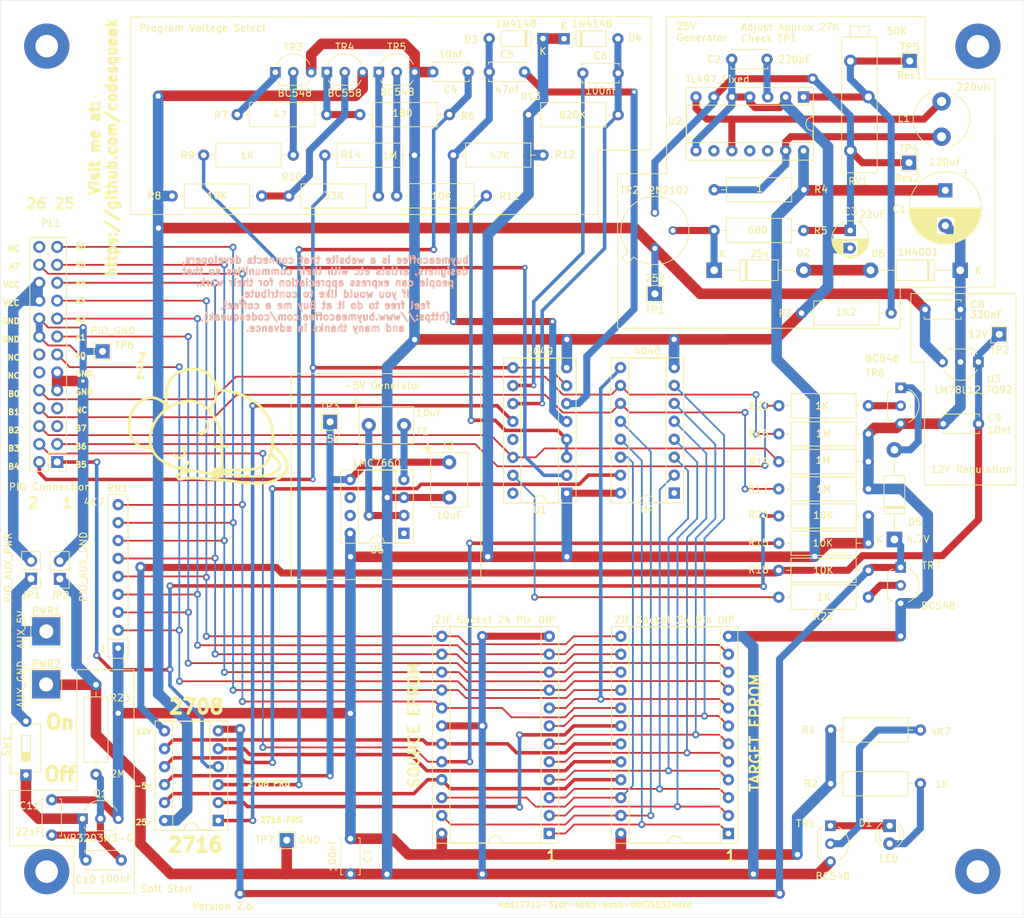
<source format=kicad_pcb>
(kicad_pcb (version 20240108) (generator "pcbnew") (generator_version "8.0")
  (title_block (title "Nascom 2708 / 2716 EPROM programmer") (date "2023-09-01") (rev "2.6"))
  (layers (0 "F.Cu" signal) (31 "B.Cu" signal) (34 "B.Paste" user) (35 "F.Paste" user) (36 "B.SilkS" user "B.Silkscreen") (37 "F.SilkS" user "F.Silkscreen") (38 "B.Mask" user) (39 "F.Mask" user) (44 "Edge.Cuts" user))
  (net 0 "")
  (net 1 "Net-(U2-Freq)")
  (net 2 "GND")
  (net 3 "Net-(D3-A)")
  (net 4 "Net-(D1-K)")
  (net 5 "2708_PRG_PWR")
  (net 6 "Net-(C5-Pad2)")
  (net 7 "Net-(C6-Pad1)")
  (net 8 "VCC")
  (net 9 "Net-(D2-K)")
  (net 10 "Net-(D5-A)")
  (net 11 "Net-(D5-K)")
  (net 12 "SWITCHED 5V")
  (net 13 "Net-(D1-A)")
  (net 14 "Net-(D4-A)")
  (net 15 "A7")
  (net 16 "A6")
  (net 17 "A5")
  (net 18 "A4")
  (net 19 "A3")
  (net 20 "A2")
  (net 21 "A1")
  (net 22 "A0")
  (net 23 "Net-(U2-Curr_Lim)")
  (net 24 "Net-(U2-Anode)")
  (net 25 "Net-(TR1-B)")
  (net 26 "B4")
  (net 27 "2716_PRG_PWR")
  (net 28 "B2")
  (net 29 "Net-(U2-Comp)")
  (net 30 "Net-(R9-Pad2)")
  (net 31 "Net-(TR5-C)")
  (net 32 "Net-(R11-Pad2)")
  (net 33 "GENERATED 12V")
  (net 34 "Net-(R22-Pad2)")
  (net 35 "Net-(SKT1-ZIF-Donor_1-Pin_1)")
  (net 36 "Net-(SKT1-ZIF-Donor_1-Pin_2)")
  (net 37 "Net-(SKT1-ZIF-Donor_1-Pin_3)")
  (net 38 "B0")
  (net 39 "B1")
  (net 40 "Net-(SKT1-ZIF-Donor_1-Pin_4)")
  (net 41 "Net-(SKT1-ZIF-Donor_1-Pin_5)")
  (net 42 "Net-(SKT1-ZIF-Donor_1-Pin_6)")
  (net 43 "Net-(SKT1-ZIF-Donor_1-Pin_7)")
  (net 44 "B5")
  (net 45 "B6")
  (net 46 "B3")
  (net 52 "Net-(SKT1-ZIF-Donor_1-Pin_8)")
  (net 53 "Net-(SKT1-ZIF-Donor_1-Pin_22)")
  (net 54 "Net-(TR2-C)")
  (net 55 "Net-(TR4-C)")
  (net 56 "Net-(TR3-C)")
  (net 57 "Net-(TR5-B)")
  (net 58 "Net-(TR3-B)")
  (net 59 "Net-(TR4-B)")
  (net 60 "Net-(TR6-B)")
  (net 61 "Net-(SKT1-ZIF-Donor_1-Pin_19)")
  (net 62 "Net-(SKT1-ZIF-Donor_1-Pin_21)")
  (net 63 "Net-(SKT2-ZIF-Target_1-Pin_18)")
  (net 64 "Net-(SKT2-ZIF-Target_1-Pin_20)")
  (net 65 "Net-(SKT1-ZIF-Donor_1-Pin_23)")
  (net 66 "Net-(SW_2708_2716_1-Pin_9)")
  (net 67 "Net-(TR7-B)")
  (net 68 "GENERATED 25V")
  (net 69 "GENERATED -5V")
  (net 70 "Net-(U5-CAP+)")
  (net 71 "Net-(U5-CAP-)")
  (net 79 "Net-(D2-A)")
  (net 80 "PIO_GND")
  (net 81 "Net-(Q1-S)")
  (net 82 "Net-(Q1-G)")
  (net 83 "Net-(JP1-A)")
  (footprint "MountingHole:MountingHole_3.2mm_M3_Pad" (layer "F.Cu") (at 136.543702 81.512191)
    (property "Reference" "M1" (hide yes))
    (property "Value" "MountingHole_3.2mm_M3_Pad" (hide yes))
  )
  (footprint "Resistor_THT:R_Axial_DIN0309_L9.0mm_D3.2mm_P12.70mm_Horizontal" (layer "F.Cu") (at 243.8146 101.8648 180)
    (property "Reference" "R4")
    (property "Value" "1")
  )
  (footprint "80bus:sleepymouse" (layer "F.Cu") (at 158.778438 134.93674)
    (property "Reference" "G1" (hide yes))
    (property "Value" "LOGO" (hide yes))
  )
  (footprint "Resistor_THT:R_Axial_DIN0309_L9.0mm_D3.2mm_P12.70mm_Horizontal" (layer "F.Cu") (at 243.4844 119.3292)
    (property "Reference" "R3")
    (property "Value" "1K2")
  )
  (footprint "Capacitor_THT:C_Disc_D5.0mm_W2.5mm_P5.00mm" (layer "F.Cu") (at 212.5002 85.344)
    (property "Reference" "C6")
    (property "Value" "100nf")
  )
  (footprint "LED_THT:LED_D3.0mm" (layer "F.Cu") (at 255.9558 191.9682 -90)
    (property "Reference" "D1")
    (property "Value" "LED")
  )
  (footprint "Package_TO_SOT_THT:TO-92_Inline_Wide" (layer "F.Cu") (at 247.5846 191.9732 -90)
    (property "Reference" "TR1")
    (property "Value" "BC548")
  )
  (footprint "Package_TO_SOT_THT:TO-92_Inline_Wide" (layer "F.Cu") (at 257.5306 155.3718 -90)
    (property "Reference" "TR7")
    (property "Value" "BC548")
  )
  (footprint "Package_DIP:DIP-16_W7.62mm_Socket" (layer "F.Cu") (at 210.2104 144.8562 180)
    (property "Reference" "U1")
    (property "Value" "4049")
  )
  (footprint "Resistor_THT:R_Axial_DIN0309_L9.0mm_D3.2mm_P12.70mm_Horizontal" (layer "F.Cu") (at 240.2586 148.082)
    (property "Reference" "R20")
    (property "Value" "10K")
  )
  (footprint "Resistor_THT:R_Axial_DIN0309_L9.0mm_D3.2mm_P12.70mm_Horizontal" (layer "F.Cu") (at 170.8404 102.743)
    (property "Reference" "R10")
    (property "Value" "33K")
  )
  (footprint "Resistor_THT:R_Axial_DIN0309_L9.0mm_D3.2mm_P12.70mm_Horizontal" (layer "F.Cu") (at 204.8002 91.2368)
    (property "Reference" "R13")
    (property "Value" "820K")
  )
  (footprint "Resistor_THT:R_Axial_DIN0309_L9.0mm_D3.2mm_P12.70mm_Horizontal" (layer "F.Cu") (at 163.5252 91.2114)
    (property "Reference" "R7")
    (property "Value" "47")
  )
  (footprint "Resistor_THT:R_Axial_DIN0309_L9.0mm_D3.2mm_P12.70mm_Horizontal" (layer "F.Cu") (at 186.1312 102.7176)
    (property "Reference" "R11")
    (property "Value" "10K")
  )
  (footprint "TestPoint:TestPoint_THTPad_2.0x2.0mm_Drill1.0mm" (layer "F.Cu") (at 176.6824 134.747)
    (property "Reference" "TP3")
    (property "Value" "-5V")
  )
  (footprint "Capacitor_THT:C_Disc_D5.0mm_W2.5mm_P5.00mm" (layer "F.Cu") (at 179.570527 193.799898 -90)
    (property "Reference" "C7")
    (property "Value" "100nf")
  )
  (footprint "Resistor_THT:R_Axial_DIN0309_L9.0mm_D3.2mm_P12.70mm_Horizontal" (layer "F.Cu") (at 252.9586 159.5882 180)
    (property "Reference" "R22")
    (property "Value" "1K")
  )
  (footprint "Resistor_THT:R_Axial_DIN0309_L9.0mm_D3.2mm_P12.70mm_Horizontal" (layer "F.Cu") (at 252.9586 140.3858 180)
    (property "Reference" "R19")
    (property "Value" "1M")
  )
  (footprint "Package_DIP:DIP-14_W7.62mm_Socket" (layer "F.Cu") (at 243.7688 88.7176 -90)
    (property "Reference" "U2")
    (property "Value" "TL497_Fixed")
  )
  (footprint "Package_DIP:DIP-24_W15.24mm_Socket" (layer "F.Cu") (at 233.1262 193.0704 180)
    (property "Reference" "SKT2-ZIF-Target_1" (hide yes))
    (property "Value" "ZIF Socket 24 Pin DIP")
  )
  (footprint "Capacitor_THT:C_Disc_D7.5mm_W5.0mm_P5.00mm" (layer "F.Cu") (at 182.168 135.2142)
    (property "Reference" "T1")
    (property "Value" "10uF")
  )
  (footprint "MountingHole:MountingHole_3.2mm_M3_Pad" (layer "F.Cu") (at 136.533046 198.468002)
    (property "Reference" "M2" (hide yes))
    (property "Value" "MountingHole_3.2mm_M3_Pad" (hide yes))
  )
  (footprint "Package_TO_SOT_THT:TO-92_Inline_Wide" (layer "F.Cu") (at 257.5262 129.921 -90)
    (property "Reference" "TR6")
    (property "Value" "BC548")
  )
  (footprint "Resistor_THT:R_Axial_DIN0309_L9.0mm_D3.2mm_P12.70mm_Horizontal" (layer "F.Cu") (at 247.6246 178.4096)
    (property "Reference" "R1")
    (property "Value" "4K7")
  )
  (footprint "Resistor_THT:R_Axial_DIN0309_L9.0mm_D3.2mm_P12.70mm_Horizontal" (layer "F.Cu") (at 143.516498 184.687986 90)
    (property "Reference" "R23")
    (property "Value" "2M")
  )
  (footprint "Package_DIP:DIP-16_W7.62mm_Socket" (layer "F.Cu") (at 225.4504 144.8308 180)
    (property "Reference" "U4")
    (property "Value" "4040")
  )
  (footprint "Diode_THT:D_DO-41_SOD81_P12.70mm_Horizontal" (layer "F.Cu") (at 256.6416 151.4094 90)
    (property "Reference" "D5")
    (property "Value" "4.7V")
  )
  (footprint "Package_TO_SOT_THT:TO-39-3" (layer "F.Cu") (at 222.7072 110.1756 90)
    (property "Reference" "TR2")
    (property "Value" "2N2102")
  )
  (footprint "Capacitor_THT:C_Disc_D5.0mm_W2.5mm_P5.00mm" (layer "F.Cu") (at 199.2414 85.1662)
    (property "Reference" "C5")
    (property "Value" "47nf")
  )
  (footprint "Package_TO_SOT_THT:TO-92_Inline_Wide" (layer "F.Cu") (at 168.9354 85.217)
    (property "Reference" "TR3")
    (property "Value" "BC548")
  )
  (footprint "TestPoint:TestPoint_THTPad_4.0x4.0mm_Drill2.0mm" (layer "F.Cu") (at 136.452938 171.947104)
    (property "Reference" "PWR2")
    (property "Value" "AUX_GND")
  )
  (footprint "Capacitor_THT:C_Disc_D5.0mm_W2.5mm_P5.00mm" (layer "F.Cu") (at 196.2512 85.1662 180)
    (property "Reference" "C4")
    (property "Value" "10nf")
  )
  (footprint "TestPoint:TestPoint_THTPad_2.0x2.0mm_Drill1.0mm" (layer "F.Cu") (at 271.494766 122.349158 180)
    (property "Reference" "TP2")
    (property "Value" "12V")
  )
  (footprint "Package_TO_SOT_THT:TO-92_Inline_Wide" (layer "F.Cu") (at 176.2252 85.196)
    (property "Reference" "TR4")
    (property "Value" "BC558")
  )
  (footprint "TestPoint:TestPoint_THTPad_2.0x2.0mm_Drill1.0mm" (layer "F.Cu") (at 258.81628 83.610086)
    (property "Reference" "TP5")
    (property "Value" "Res1")
  )
  (footprint "Resistor_THT:R_Axial_DIN0309_L9.0mm_D3.2mm_P12.70mm_Horizontal" (layer "F.Cu") (at 240.2586 155.7782)
    (property "Reference" "R18")
    (property "Value" "10K")
  )
  (footprint "Connector_PinHeader_2.54mm:PinHeader_2x13_P2.54mm_Vertical" (layer "F.Cu") (at 138.0236 140.4366 180)
    (property "Reference" "PL1")
    (property "Value" "PIO Connection")
  )
  (footprint "Package_TO_SOT_THT:TO-92_Inline_Wide" (layer "F.Cu") (at 183.5912 85.1916)
    (property "Reference" "TR5")
    (property "Value" "BC548")
  )
  (footprint "Resistor_THT:R_Axial_DIN0309_L9.0mm_D3.2mm_P12.70mm_Horizontal" (layer "F.Cu") (at 240.2586 136.4488)
    (property "Reference" "R16")
    (property "Value" "1M")
  )
  (footprint "Capacitor_THT:C_Disc_D7.5mm_W5.0mm_P5.00mm" (layer "F.Cu") (at 193.558 140.4612 -90)
    (property "Reference" "T2")
    (property "Value" "10uF")
  )
  (footprint "Diode_THT:D_DO-35_SOD27_P7.62mm_Horizontal" (layer "F.Cu") (at 206.8468 80.4418 180)
    (property "Reference" "D3")
    (property "Value" "1N4148")
  )
  (footprint "Resistor_THT:R_Axial_DIN0309_L9.0mm_D3.2mm_P12.70mm_Horizontal" (layer "F.Cu") (at 167.005 102.743 180)
    (property "Reference" "R8")
    (property "Value" "10K")
  )
  (footprint "Package_DIP:DIP-24_W15.24mm_Socket" (layer "F.Cu") (at 207.7466 193.0654 180)
    (property "Reference" "SKT1-ZIF-Donor_1" (hide yes))
    (property "Value" "ZIF Socket 24 Pin DIP")
  )
  (footprint "TestPoint:TestPoint_THTPad_4.0x4.0mm_Drill2.0mm" (layer "F.Cu") (at 136.48589 164.434474)
    (property "Reference" "PWR1")
    (property "Value" "AUX_5V")
  )
  (footprint "MountingHole:MountingHole_3.2mm_M3_Pad" (layer "F.Cu") (at 268.453919 198.449938)
    (property "Reference" "M3" (hide yes))
    (property "Value" "MountingHole_3.2mm_M3_Pad" (hide yes))
  )
  (footprint "Capacitor_THT:CP_Radial_D10.0mm_P5.00mm" (layer "F.Cu") (at 263.8552 101.9448 -90)
    (property "Reference" "C1")
    (property "Value" "120uF")
  )
  (footprint "Capacitor_THT:C_Disc_D5.0mm_W2.5mm_P5.00mm" (layer "F.Cu") (at 238.593 83.3736 180)
    (property "Reference" "C2")
    (property "Value" "220pF")
  )
  (footprint "Resistor_THT:R_Axial_DIN0309_L9.0mm_D3.2mm_P12.70mm_Horizontal" (layer "F.Cu") (at 171.4754 96.9518 180)
    (property "Reference" "R9")
    (property "Value" "1K")
  )
  (footprint "Package_DIP:DIP-8_W7.62mm_Socket" (layer "F.Cu") (at 187.1472 150.5458 180)
    (property "Reference" "U5")
    (property "Value" "LMC7660")
  )
  (footprint "Resistor_THT:R_Axial_DIN0309_L9.0mm_D3.2mm_P12.70mm_Horizontal" (layer "F.Cu") (at 243.7892 107.6306 180)
    (property "Reference" "R5")
    (property "Value" "680")
  )
  (footprint "Capacitor_THT:C_Disc_D5.0mm_W2.5mm_P5.00mm" (layer "F.Cu") (at 142.098782 196.832097)
    (property "Reference" "C10")
    (property "Value" "100nF")
  )
  (footprint "Resistor_THT:R_Axial_DIN0309_L9.0mm_D3.2mm_P12.70mm_Horizontal" (layer "F.Cu") (at 252.9586 132.461 180)
    (property "Reference" "R21")
    (property "Value" "1K")
  )
  (footprint "MountingHole:MountingHole_3.2mm_M3_Pad" (layer "F.Cu") (at 268.480514 81.523715)
    (property "Reference" "M4" (hide yes))
    (property "Value" "MountingHole_3.2mm_M3_Pad" (hide yes))
  )
  (footprint "Potentiometer_THT:Potentiometer_Vishay_43_Horizontal" (layer "F.Cu") (at 250.4136 96.3276 -90)
    (property "Reference" "RV1")
    (property "Value" "50K")
  )
  (footprint "Diode_THT:D_DO-41_SOD81_P12.70mm_Horizontal" (layer "F.Cu") (at 265.967682 113.266681 180)
    (property "Reference" "D6")
    (property "Value" "1N4001")
  )
  (footprint "Capacitor_THT:C_Disc_D5.0mm_W2.5mm_P5.00mm" (layer "F.Cu") (at 268.568932 135.020633 180)
    (property "Reference" "C9")
    (property "Value" "10nf")
  )
  (footprint "Resistor_THT:R_Array_SIP9" (layer "F.Cu") (at 146.6596 166.8018 90)
    (property "Reference" "RN1")
    (property "Value" "4K7")
  )
  (footprint "Connector_PinHeader_2.54mm:PinHeader_1x02_P2.54mm_Vertical" (layer "F.Cu") (at 134.320327 156.967304 180)
    (property "Reference" "JP1")
    (property "Value" "PIO_AUX_PWR")
  )
  (footprint "TestPoint:TestPoint_THTPad_2.0x2.0mm_Drill1.0mm" (layer "F.Cu") (at 258.724374 98.0258)
    (property "Reference" "TP4")
    (property "Value" "Res2")
  )
  (footprint "Diode_THT:D_DO-41_SOD81_P12.70mm_Horizontal" (layer "F.Cu") (at 231.103687 113.258647)
    (property "Reference" "D2")
    (property "Value" "25v")
  )
  (footprint "Package_TO_SOT_THT:TO-92_Inline_Wide" (layer "F.Cu") (at 268.538857 126.258786 180)
    (property "Reference" "U3")
    (property "Value" "LM78L12_TO92")
  )
  (footprint "Resistor_THT:R_Axial_DIN0309_L9.0mm_D3.2mm_P12.70mm_Horizontal" (layer "F.Cu") (at 194.1576 96.9518)
    (property "Reference" "R12")
    (property "Value" "47K")
  )
  (footprint "Connector_PinHeader_2.54mm:PinHeader_1x02_P2.54mm_Vertical" (layer "F.Cu") (at 138.396028 156.9934 180)
    (property "Reference" "JP2")
    (property "Value" "PIO_AUX_GND")
  )
  (footprint "TestPoint:TestPoint_THTPad_2.0x2.0mm_Drill1.0mm" (layer "F.Cu") (at 170.543847 194.013139)
    (property "Reference" "TP7")
    (property "Value" "GND")
  )
  (footprint "Diode_THT:D_DO-35_SOD27_P7.62mm_Horizontal" (layer "F.Cu") (at 209.844 80.4672)
    (property "Reference" "D4")
    (property "Value" "1N4148")
  )
  (footprint "Button_Switch_THT:SW_DIP_SPSTx01_Slide_6.7x4.1mm_W7.62mm_P2.54mm_LowProfile" (layer "F.Cu") (at 133.592309 184.786584 90)
    (property "Reference" "SW1")
    (property "Value" "SW_SPST" (hide yes))
  )
  (footprint "Package_TO_SOT_THT:TO-92L_Inline_Wide" (layer "F.Cu") (at 141.607814 190.970437)
    (property "Reference" "Q1")
    (property "Value" "VP3203N3-G")
  )
  (footprint "TestPoint:TestPoint_THTPad_2.0x2.0mm_Drill1.0mm" (layer "F.Cu") (at 222.7072 116.6114 180)
    (property "Reference" "TP1")
    (property "Value" "25V")
  )
  (footprint "Capacitor_THT:C_Disc_D5.0mm_W2.5mm_P5.00mm" (layer "F.Cu") (at 260.986031 118.823016)
    (property "Reference" "C8")
    (property "Value" "330nF")
  )
  (footprint "Resistor_THT:R_Axial_DIN0309_L9.0mm_D3.2mm_P12.70mm_Horizontal" (layer "F.Cu") (at 252.9586 151.9428 180)
    (property "Reference" "R15")
    (property "Value" "10K")
  )
  (footprint "Resistor_THT:R_Axial_DIN0309_L9.0mm_D3.2mm_P12.70mm_Horizontal" (layer "F.Cu") (at 193.5988 91.2114 180)
    (property "Reference" "R6")
    (property "Value" "180")
  )
  (footprint "Resistor_THT:R_Axial_DIN0309_L9.0mm_D3.2mm_P12.70mm_Horizontal" (layer "F.Cu") (at 240.2586 144.2466)
    (property "Reference" "R17")
    (property "Value" "1M")
  )
  (footprint "Resistor_THT:R_Axial_DIN0309_L9.0mm_D3.2mm_P12.70mm_Horizontal" (layer "F.Cu") (at 175.9458 96.9772)
    (property "Reference" "R14")
    (property "Value" "1M")
  )
  (footprint "Package_DIP:DIP-12_W7.62mm_Socket" (layer "F.Cu") (at 160.852757 191.223452 180)
    (property "Reference" "SW_2708_2716_1" (hide yes))
    (property "Value" "4PDT Switch" (hide yes))
  )
  (footprint "Inductor_THT:L_Radial_D7.8mm_P5.00mm_Fastron_07HCP" (layer "F.Cu") (at 263.3218 94.3464 90)
    (property "Reference" "L1")
    (property "Value" "220uH")
  )
  (footprint "Resistor_THT:R_Axial_DIN0309_L9.0mm_D3.2mm_P12.70mm_Horizontal" (layer "F.Cu") (at 247.6246 186.0042)
    (property "Reference" "R2")
    (property "Value" "1K")
  )
  (footprint "Capacitor_THT:C_Disc_D5.0mm_W2.5mm_P5.00mm" (layer "F.Cu") (at 137.249401 188.299352 -90)
    (property "Reference" "C11")
    (property "Value" "22nF")
  )
  (footprint "TestPoint:TestPoint_THTPad_2.0x2.0mm_Drill1.0mm" (layer "F.Cu") (at 144.45337 124.761587)
    (property "Reference" "TP6")
    (property "Value" "PIO_GND")
  )
  (footprint "Capacitor_THT:CP_Radial_D5.0mm_P2.50mm" (layer "F.Cu") (at 250.3932 107.624288 -90)
    (property "Reference" "C3")
    (property "Value" "22uF")
  )
  (gr_line (start 220.9038 77.3176) (end 220.345 77.3176) (stroke (width 0.12)) (layer "F.SilkS"))
  (gr_line (start 220.345 77.3176) (end 148.4376 77.3684) (stroke (width 0.12)) (layer "F.SilkS"))
  (gr_line (start 257.472446 121.480869) (end 257.470713 115.665387) (stroke (width 0.12)) (layer "F.SilkS"))
  (gr_line (start 220.9038 77.3176) (end 222.150149 77.317978) (stroke (width 0.12)) (layer "F.SilkS"))
  (gr_line (start 140.810323 186.95959) (end 140.802546 169.846367) (stroke (width 0.12)) (layer "F.SilkS"))
  (gr_line (start 270.8656 109.982) (end 270.863784 86.161088) (stroke (width 0.12)) (layer "F.SilkS"))
  (gr_line (start 257.470713 115.665387) (end 270.890413 115.669763) (stroke (width 0.12)) (layer "F.SilkS"))
  (gr_rect (start 171.172735 127.903285) (end 198.043076 157.078709) (stroke (width 0.12)) (fill none) (layer "F.SilkS"))
  (gr_poly (pts (xy 260.898167 126.278685) (xy 258.976537 126.278241) (xy 258.971586 116.573677) (xy 273.867491 116.551824) (xy 273.874213 143.686097) (xy 260.899165 143.694077)) (stroke (width 0.12)) (fill none) (layer "F.SilkS"))
  (gr_line (start 148.892049 169.854007) (end 148.968995 201.505401) (stroke (width 0.12)) (layer "F.SilkS"))
  (gr_line (start 148.4376 105.3592) (end 214.6554 105.3592) (stroke (width 0.12)) (layer "F.SilkS"))
  (gr_line (start 260.9596 77.343) (end 224.3582 77.343) (stroke (width 0.12)) (layer "F.SilkS"))
  (gr_line (start 140.80735 169.847168) (end 148.892049 169.854007) (stroke (width 0.12)) (layer "F.SilkS"))
  (gr_line (start 131.270889 194.826289) (end 131.274618 187.07708) (stroke (width 0.12)) (layer "F.SilkS"))
  (gr_line (start 224.369387 99.593019) (end 224.3582 77.343) (stroke (width 0.12)) (layer "F.SilkS"))
  (gr_line (start 214.665167 96.234005) (end 222.150996 96.230094) (stroke (width 0.12)) (layer "F.SilkS"))
  (gr_line (start 260.966518 86.161494) (end 270.863784 86.161088) (stroke (width 0.12)) (layer "F.SilkS"))
  (gr_line (start 131.276835 186.958586) (end 140.810323 186.95959) (stroke (width 0.12)) (layer "F.SilkS"))
  (gr_line (start 217.428511 121.477668) (end 257.472446 121.480869) (stroke (width 0.12)) (layer "F.SilkS"))
  (gr_line (start 140.381566 201.505401) (end 140.381566 194.826289) (stroke (width 0.12)) (layer "F.SilkS"))
  (gr_line (start 131.274618 187.07708) (end 131.276835 186.958586) (stroke (width 0.12)) (layer "F.SilkS"))
  (gr_line (start 148.4376 77.3684) (end 148.4376 105.3592) (stroke (width 0.12)) (layer "F.SilkS"))
  (gr_line (start 217.423733 99.585103) (end 224.369387 99.593019) (stroke (width 0.12)) (layer "F.SilkS"))
  (gr_line (start 217.423733 99.585103) (end 217.428511 121.477668) (stroke (width 0.12)) (layer "F.SilkS"))
  (gr_line (start 140.381566 194.826289) (end 131.270889 194.826289) (stroke (width 0.12)) (layer "F.SilkS"))
  (gr_line (start 260.9596 77.343) (end 260.966518 86.161494) (stroke (width 0.12)) (layer "F.SilkS"))
  (gr_line (start 214.6554 105.3592) (end 214.665167 96.234005) (stroke (width 0.12)) (layer "F.SilkS"))
  (gr_line (start 222.150149 77.317978) (end 222.150151 77.692228) (stroke (width 0.12)) (layer "F.SilkS"))
  (gr_line (start 148.968995 201.505401) (end 140.381566 201.505401) (stroke (width 0.12)) (layer "F.SilkS"))
  (gr_line (start 222.150996 96.230094) (end 222.150151 77.692228) (stroke (width 0.12)) (layer "F.SilkS"))
  (gr_line (start 270.890413 115.669763) (end 270.8656 109.982) (stroke (width 0.12)) (layer "F.SilkS"))
  (gr_line (start 275 75) (end 275 205) (stroke (width 0.05)) (layer "Edge.Cuts"))
  (gr_line (start 130 205) (end 130 75) (stroke (width 0.05)) (layer "Edge.Cuts"))
  (gr_line (start 275 75) (end 130 75) (stroke (width 0.05)) (layer "Edge.Cuts"))
  (gr_line (start 275 205) (end 130 205) (stroke (width 0.05)) (layer "Edge.Cuts"))
  (gr_text "buymeacoffee is a website that connects developers,\ndesigners, artists etc with their communities so that\npeople can express appreciation for their work.\nIf you would like to contribute,\nfeel free to do it at Buy me a coffee!,\n(https://www.buymeacoffee.com/codesqueak),\nand many thanks in advance.\n\n" (at 175.9966 117.4242 0) (layer "B.SilkS") (effects (font (size 1 1) (thickness 0.25)) (justify mirror)))
  (gr_text "Soft Start" (at 149.747134 201.473831 0) (layer "F.SilkS") (effects (font (size 1 1)) (justify left bottom)))
  (gr_text "Visit me at:\nhttps://github.com/codesqueak" (at 144.526 95.9358 90) (layer "F.SilkS") (effects (font (size 1.5 1.5) (thickness 0.375))))
  (gr_text "2   1" (at 133.714358 147.088478 0) (layer "F.SilkS") (effects (font (size 1.5 1.5) (thickness 0.3) (bold yes)) (justify left bottom)))
  (gr_text "4dd17713-320f-4663-bab6-08f355324ded" (at 214.239431 203.176185 0) (layer "F.SilkS") (effects (font (size 0.8 0.8))))
  (gr_text "+" (at 179.2732 132.8166 0) (layer "F.SilkS") (effects (font (size 1.5 1.5) (thickness 0.3) (bold yes)) (justify left bottom)))
  (gr_text "Version 2.6" (at 161.482753 203.335799 0) (layer "F.SilkS") (effects (font (size 1 1))))
  (gr_text "Adjust Approx 27K\nCheck TP1" (at 234.816101 81.008489 0) (layer "F.SilkS") (effects (font (size 1 1)) (justify left bottom)))
  (gr_text "12v\n\n\n\n\n\n-5v\n\n\n\n25v\n\n" (at 151.457273 193.232889 0) (layer "F.SilkS") (effects (font (size 0.8 0.8) (thickness 0.2) (bold yes)) (justify right bottom)))
  (gr_text "1" (at 232.555358 197.099794 0) (layer "F.SilkS") (effects (font (size 1.5 1.5) (thickness 0.3) (bold yes)) (justify left bottom)))
  (gr_text "On" (at 136.16121 178.491731 0) (layer "F.SilkS") (effects (font (size 2 2) (thickness 0.5) (bold yes)) (justify left bottom)))
  (gr_text "2708 PRG\n\n\n\n   2716 PRG" (at 164.827439 191.60888 0) (layer "F.SilkS") (effects (font (size 0.8 0.8) (thickness 0.2) (bold yes)) (justify left bottom)))
  (gr_text "1" (at 207.151451 197.076994 0) (layer "F.SilkS") (effects (font (size 1.5 1.5) (thickness 0.3) (bold yes)) (justify left bottom)))
  (gr_text "+" (at 189.4078 139.2682 0) (layer "F.SilkS") (effects (font (size 1.5 1.5) (thickness 0.3) (bold yes)) (justify left bottom)))
  (gr_text "2716" (at 153.466025 195.850013 0) (layer "F.SilkS") (effects (font (size 2 2) (thickness 0.5) (bold yes)) (justify left bottom)))
  (gr_text "Off" (at 135.903224 185.879132 0) (layer "F.SilkS") (effects (font (size 2 2) (thickness 0.5) (bold yes)) (justify left bottom)))
  (gr_text "25V\nGenerator" (at 225.648995 80.880242 0) (layer "F.SilkS") (effects (font (size 1 1)) (justify left bottom)))
  (gr_text "1" (at 143.995248 167.492239 0) (layer "F.SilkS") (effects (font (size 1 1)) (justify left bottom)))
  (gr_text "SOURCE EPROM" (at 189.4586 186.7662 90) (layer "F.SilkS") (effects (font (size 1.5 1.5) (thickness 0.3) (bold yes)) (justify left bottom)))
  (gr_text "2708" (at 153.604532 176.27437 0) (layer "F.SilkS") (effects (font (size 2 2) (thickness 0.5) (bold yes)) (justify left bottom)))
  (gr_text "NC\n\nA7\n\nVCC\n\nVCC\n\nGND\n\nGND\n\nNC\n\nNC\n\nB0\n\nB1\n\nB2\n\nB3\n\nB4" (at 132.796749 141.553972 0) (layer "F.SilkS") (effects (font (size 0.8 0.8) (thickness 0.2) (bold yes)) (justify right bottom)))
  (gr_text "TARGET EPROM" (at 237.828983 187.34058 90) (layer "F.SilkS") (effects (font (size 1.5 1.5) (thickness 0.3) (bold yes)) (justify left bottom)))
  (gr_text "-5V Generator" (at 178.532839 130.180955 0) (layer "F.SilkS") (effects (font (size 1 1)) (justify left bottom)))
  (gr_text "A6\n\nA5\n\nA4\n\nA3\n\nA2\n\nA1\n\nA0\n\nGND\n\nGND\n\nNC\n\nB7\n\nB6\n\nB5" (at 140.483883 141.276958 0) (layer "F.SilkS") (effects (font (size 0.8 0.8) (thickness 0.2) (bold yes)) (justify left bottom)))
  (gr_text "12V Regulation" (at 261.723769 142.056383 0) (layer "F.SilkS") (effects (font (size 1 1)) (justify left bottom)))
  (gr_text "Program Voltage Select" (at 149.561503 79.516724 0) (layer "F.SilkS") (effects (font (size 1 1)) (justify left bottom)))
  (gr_text "26 25" (at 133.437344 104.705362 0) (layer "F.SilkS") (effects (font (size 1.5 1.5) (thickness 0.3) (bold yes)) (justify left bottom)))
  (segment (start 238.593 83.3736) (end 238.593 88.6218) (width 1) (layer "B.Cu") (net 1))
  (segment (start 236.1488 89.4638) (end 236.9058 90.2208) (width 1) (layer "F.Cu") (net 2))
  (segment (start 184.765746 198.816862) (end 236.668051 198.816862) (width 1.5) (layer "F.Cu") (net 2))
  (segment (start 225.425 123.063) (end 232.802936 123.063) (width 1.5) (layer "F.Cu") (net 2))
  (segment (start 256.919902 135.607298) (end 257.5262 135.001) (width 1.5) (layer "F.Cu") (net 2))
  (segment (start 188.6712 85.1916) (end 191.2258 85.1916) (width 1.5) (layer "F.Cu") (net 2))
  (segment (start 174.0154 82.669651) (end 175.503725 81.181326) (width 1.5) (layer "F.Cu") (net 2))
  (segment (start 179.570527 198.799898) (end 170.427201 198.799898) (width 1.5) (layer "F.Cu") (net 2))
  (segment (start 143.516498 179.060123) (end 149.81747 185.361095) (width 1.5) (layer "F.Cu") (net 2))
  (segment (start 257.5262 135.001) (end 263.549299 135.001) (width 1.5) (layer "F.Cu") (net 2))
  (segment (start 252.9586 136.4488) (end 253.800102 135.607298) (width 1.5) (layer "F.Cu") (net 2))
  (segment (start 241.2492 89.0778) (end 241.2492 89.3826) (width 1) (layer "F.Cu") (net 2))
  (segment (start 149.81747 185.361095) (end 149.81747 194.508774) (width 1.5) (layer "F.Cu") (net 2))
  (segment (start 232.802936 123.063) (end 232.819561 123.046375) (width 1.5) (layer "F.Cu") (net 2))
  (segment (start 188.6966 123.0884) (end 188.722 123.063) (width 1.5) (layer "F.Cu") (net 2))
  (segment (start 257.5306 165.1) (end 257.5002 165.1304) (width 1.5) (layer "F.Cu") (net 2))
  (segment (start 154.108594 198.799898) (end 170.427201 198.799898) (width 1.5) (layer "F.Cu") (net 2))
  (segment (start 245.820938 198.816862) (end 247.5846 197.0532) (width 1.5) (layer "F.Cu") (net 2))
  (segment (start 174.0154 85.217) (end 174.0154 82.669651) (width 1.5) (layer "F.Cu") (net 2))
  (segment (start 184.780217 145.4658) (end 187.1472 145.4658) (width 1) (layer "F.Cu") (net 2))
  (segment (start 143.516498 171.987986) (end 136.49382 171.987986) (width 1.5) (layer "F.Cu") (net 2))
  (segment (start 181.437097 198.799898) (end 181.45922 198.822021) (width 0.25) (layer "F.Cu") (net 2))
  (segment (start 198.247 165.1254) (end 207.7466 165.1254) (width 1) (layer "F.Cu") (net 2))
  (segment (start 232.819561 123.046375) (end 239.767225 123.046375) (width 1.5) (layer "F.Cu") (net 2))
  (segment (start 188.722 123.063) (end 210.2358 123.063) (width 1.5) (layer "F.Cu") (net 2))
  (segment (start 170.543847 194.013139) (end 170.543847 198.683252) (width 1.5) (layer "F.Cu") (net 2))
  (segment (start 233.6088 88.7176) (end 236.1488 88.7176) (width 1) (layer "F.Cu") (net 2))
  (segment (start 241.2288 89.0574) (end 241.2492 89.0778) (width 1) (layer "F.Cu") (net 2))
  (segment (start 225.425 123.063) (end 210.2358 123.063) (width 1.5) (layer "F.Cu") (net 2))
  (segment (start 188.6712 82.673182) (end 188.6712 85.1916) (width 1.5) (layer "F.Cu") (net 2))
  (segment (start 236.1488 88.7176) (end 236.1488 89.4638) (width 1) (layer "F.Cu") (net 2))
  (segment (start 149.81747 194.508774) (end 154.108594 198.799898) (width 1.5) (layer "F.Cu") (net 2))
  (segment (start 184.23494 198.816862) (end 181.464379 198.816862) (width 1.5) (layer "F.Cu") (net 2))
  (segment (start 241.2288 88.7176) (end 241.2288 89.0574) (width 1) (layer "F.Cu") (net 2))
  (segment (start 170.543847 198.683252) (end 170.427201 198.799898) (width 1.5) (layer "F.Cu") (net 2))
  (segment (start 175.503725 81.181326) (end 187.179344 81.181326) (width 1.5) (layer "F.Cu") (net 2))
  (segment (start 198.247 177.8254) (end 192.5066 177.8254) (width 1) (layer "F.Cu") (net 2))
  (segment (start 239.767225 123.046375) (end 243.4844 119.3292) (width 1.5) (layer "F.Cu") (net 2))
  (segment (start 184.23494 198.816862) (end 184.718948 198.816862) (width 1.5) (layer "F.Cu") (net 2))
  (segment (start 253.800102 135.607298) (end 256.919902 135.607298) (width 1.5) (layer "F.Cu") (net 2))
  (segment (start 236.9058 90.2208) (end 240.411 90.2208) (width 1) (layer "F.Cu") (net 2))
  (segment (start 236.668051 198.816862) (end 245.820938 198.816862) (width 1.5) (layer "F.Cu") (net 2))
  (segment (start 187.179344 81.181326) (end 188.6712 82.673182) (width 1.5) (layer "F.Cu") (net 2))
  (segment (start 257.5002 165.1304) (end 233.1262 165.1304) (width 1.5) (layer "F.Cu") (net 2))
  (segment (start 184.718948 198.816862) (end 184.742347 198.840261) (width 1.5) (layer "F.Cu") (net 2))
  (segment (start 184.742347 198.840261) (end 184.765746 198.816862) (width 1.5) (layer "F.Cu") (net 2))
  (segment (start 241.2492 89.3826) (end 240.411 90.2208) (width 1) (layer "F.Cu") (net 2))
  (segment (start 187.1472 145.4658) (end 193.5534 145.4658) (width 1) (layer "F.Cu") (net 2))
  (segment (start 143.516498 171.987986) (end 143.516498 179.060123) (width 1.5) (layer "F.Cu") (net 2))
  (segment (start 181.437097 198.799898) (end 179.570527 198.799898) (width 1.5) (layer "F.Cu") (net 2))
  (via (at 257.5306 165.1) (size 1.5) (drill 0.75) (layers "F.Cu" "B.Cu") (net 2))
  (via (at 225.425 123.063) (size 1.5) (drill 0.75) (layers "F.Cu" "B.Cu") (net 2))
  (via (at 184.742347 198.840261) (size 1.5) (drill 0.75) (layers "F.Cu" "B.Cu") (net 2))
  (via (at 198.247 177.8254) (size 1.5) (drill 0.75) (layers "F.Cu" "B.Cu") (net 2))
  (via (at 210.2358 123.063) (size 1.5) (drill 0.75) (layers "F.Cu" "B.Cu") (net 2))
  (via (at 236.668051 198.816862) (size 1.5) (drill 0.75) (layers "F.Cu" "B.Cu") (net 2))
  (via (at 188.6712 123.0884) (size 1.5) (drill 0.75) (layers "F.Cu" "B.Cu") (net 2))
  (via (at 184.780217 145.4658) (size 1.5) (drill 0.75) (layers "F.Cu" "B.Cu") (net 2))
  (via (at 198.247 165.1254) (size 1.5) (drill 0.75) (layers "F.Cu" "B.Cu") (net 2))
  (via (at 198.247245 198.816862) (size 1.5) (drill 0.75) (layers "F.Cu" "B.Cu") (net 2))
  (segment (start 265.967682 113.266681) (end 265.967682 109.057282) (width 1.5) (layer "B.Cu") (net 2))
  (segment (start 198.247245 198.816862) (end 198.247 198.816617) (width 1) (layer "B.Cu") (net 2))
  (segment (start 247.282363 110.124288) (end 247.2436 110.085525) (width 1) (layer "B.Cu") (net 2))
  (segment (start 140.761169 169.232657) (end 143.516498 171.987986) (width 1.5) (layer "B.Cu") (net 2))
  (segment (start 198.247 165.1254) (end 198.247 177.8254) (width 1) (layer "B.Cu") (net 2))
  (segment (start 236.668051 198.816862) (end 236.6518 198.800611) (width 1.5) (layer "B.Cu") (net 2))
  (segment (start 261.374351 147.937951) (end 257.683 144.2466) (width 1.5) (layer "B.Cu") (net 2))
  (segment (start 265.967682 109.057282) (end 263.8552 106.9448) (width 1.5) (layer "B.Cu") (net 2))
  (segment (start 188.6458 96.9772) (end 188.6458 123.063) (width 1.5) (layer "B.Cu") (net 2))
  (segment (start 236.6518 198.800611) (end 236.6518 166.624) (width 1.5) (layer "B.Cu") (net 2))
  (segment (start 236.6518 166.624) (end 235.1582 165.1304) (width 1.5) (layer "B.Cu") (net 2))
  (segment (start 138.396028 156.9934) (end 140.761169 159.358541) (width 1.5) (layer "B.Cu") (net 2))
  (segment (start 259.979412 160.4518) (end 261.374351 159.056861) (width 1.5) (layer "B.Cu") (net 2))
  (segment (start 265.998857 126.258786) (end 265.998857 118.835842) (width 1.5) (layer "B.Cu") (net 2))
  (segment (start 261.374351 159.056861) (end 261.374351 147.937951) (width 1.5) (layer "B.Cu") (net 2))
  (segment (start 241.2288 89.7336) (end 247.2436 95.7484) (width 1.5) (layer "B.Cu") (net 2))
  (segment (start 184.775657 198.806951) (end 184.742347 198.840261) (width 1.5) (layer "B.Cu") (net 2))
  (segment (start 241.2288 88.7176) (end 241.2288 89.7336) (width 1.5) (layer "B.Cu") (net 2))
  (segment (start 198.247 198.816617) (end 198.247 177.8254) (width 1) (layer "B.Cu") (net 2))
  (segment (start 257.5306 165.1) (end 257.5306 160.4518) (width 1.5) (layer "B.Cu") (net 2))
  (segment (start 263.568932 135.020633) (end 265.998857 132.590708) (width 1.5) (layer "B.Cu") (net 2))
  (segment (start 247.2436 115.57) (end 243.4844 119.3292) (width 1.5) (layer "B.Cu") (net 2))
  (segment (start 184.775657 145.47036) (end 184.775657 198.806951) (width 1.5) (layer "B.Cu") (net 2))
  (segment (start 228.5288 96.3376) (end 228.5288 95.0068) (width 1) (layer "B.Cu") (net 2))
  (segment (start 228.5288 95.0068) (end 233.6088 89.9268) (width 1) (layer "B.Cu") (net 2))
  (segment (start 184.773377 145.45896) (end 184.773377 126.986223) (width 1.5) (layer "B.Cu") (net 2))
  (segment (start 140.761169 159.358541) (end 140.761169 169.232657) (width 1.5) (layer "B.Cu") (net 2))
  (segment (start 257.5306 160.4518) (end 259.979412 160.4518) (width 1.5) (layer "B.Cu") (net 2))
  (segment (start 210.2358 123.063) (end 210.2358 127.0508) (width 1.5) (layer "B.Cu") (net 2))
  (segment (start 250.3932 110.124288) (end 247.282363 110.124288) (width 1.5) (layer "B.Cu") (net 2))
  (segment (start 184.773377 126.986223) (end 188.6712 123.0884) (width 1.5) (layer "B.Cu") (net 2))
  (segment (start 265.998857 132.590708) (end 265.998857 126.258786) (width 1.5) (layer "B.Cu") (net 2))
  (segment (start 184.780217 145.4658) (end 184.773377 145.45896) (width 1.5) (layer "B.Cu") (net 2))
  (segment (start 265.986031 118.823016) (end 265.986031 113.28503) (width 1.5) (layer "B.Cu") (net 2))
  (segment (start 235.1582 165.1304) (end 233.1262 165.1304) (width 1.5) (layer "B.Cu") (net 2))
  (segment (start 247.2436 95.7484) (end 247.2436 110.085525) (width 1.5) (layer "B.Cu") (net 2))
  (segment (start 188.6712 85.1916) (end 188.6712 96.9518) (width 1.5) (layer "B.Cu") (net 2))
  (segment (start 188.6458 123.063) (end 188.6712 123.0884) (width 1) (layer "B.Cu") (net 2))
  (segment (start 225.425 123.063) (end 225.425 127.0254) (width 1.5) (layer "B.Cu") (net 2))
  (segment (start 233.593 83.3736) (end 233.593 88.7018) (width 1) (layer "B.Cu") (net 2))
  (segment (start 233.6088 89.9268) (end 233.6088 88.7176) (width 1) (layer "B.Cu") (net 2))
  (segment (start 257.683 144.2466) (end 252.9586 144.2466) (width 1.5) (layer "B.Cu") (net 2))
  (segment (start 247.2436 110.085525) (end 247.2436 115.57) (width 1.5) (layer "B.Cu") (net 2))
  (segment (start 184.780217 145.4658) (end 184.775657 145.47036) (width 1.5) (layer "B.Cu") (net 2))
  (segment (start 252.9586 136.4488) (end 252.9586 144.2466) (width 1.5) (layer "B.Cu") (net 2))
  (segment (start 208.211839 120.530719) (end 194.1576 120.530719) (width 1) (layer "F.Cu") (net 3))
  (via (at 208.211839 120.530719) (size 1) (drill 0.5) (layers "F.Cu" "B.Cu") (net 3))
  (via (at 194.1576 120.530719) (size 1) (drill 0.5) (layers "F.Cu" "B.Cu") (net 3))
  (segment (start 199.2268 80.4418) (end 199.2268 85.1516) (width 1) (layer "B.Cu") (net 3))
  (segment (start 199.2414 91.868) (end 194.1576 96.9518) (width 1) (layer "B.Cu") (net 3))
  (segment (start 194.1576 120.530719) (end 194.1576 96.9518) (width 1) (layer "B.Cu") (net 3))
  (segment (start 208.227474 133.1802) (end 208.227474 120.546354) (width 1) (layer "B.Cu") (net 3))
  (segment (start 208.227474 120.546354) (end 208.211839 120.530719) (width 1) (layer "B.Cu") (net 3))
  (segment (start 210.2104 134.6962) (end 209.743474 134.6962) (width 1) (layer "B.Cu") (net 3))
  (segment (start 199.2414 85.1662) (end 199.2414 91.868) (width 1) (layer "B.Cu") (net 3))
  (segment (start 209.743474 134.6962) (end 208.227474 133.1802) (width 1) (layer "B.Cu") (net 3))
  (segment (start 247.5846 191.9732) (end 255.9508 191.9732) (width 1) (layer "F.Cu") (net 4))
  (segment (start 172.2882 110.3376) (end 191.3636 110.3376) (width 0.5) (layer "F.Cu") (net 5))
  (segment (start 172.2882 186.1566) (end 172.275052 186.143452) (width 0.5) (layer "F.Cu") (net 5))
  (segment (start 172.275052 186.143452) (end 160.852757 186.143452) (width 0.5) (layer "F.Cu") (net 5))
  (via (at 191.3636 110.3376) (size 1) (drill 0.5) (layers "F.Cu" "B.Cu") (net 5))
  (via (at 172.2882 186.1566) (size 1) (drill 0.5) (layers "F.Cu" "B.Cu") (net 5))
  (via (at 172.2882 110.3376) (size 1) (drill 0.5) (layers "F.Cu" "B.Cu") (net 5))
  (segment (start 191.3636 93.4466) (end 193.5988 91.2114) (width 0.5) (layer "B.Cu") (net 5))
  (segment (start 191.3636 110.3376) (end 191.3636 93.4466) (width 0.5) (layer "B.Cu") (net 5))
  (segment (start 196.2512 88.559) (end 193.5988 91.2114) (width 1) (layer "B.Cu") (net 5))
  (segment (start 172.2882 186.1566) (end 172.2882 110.3376) (width 0.5) (layer "B.Cu") (net 5))
  (segment (start 196.2512 85.1662) (end 196.2512 88.559) (width 1) (layer "B.Cu") (net 5))
  (segment (start 207.0862 88.011) (end 204.2414 85.1662) (width 1) (layer "F.Cu") (net 6))
  (segment (start 219.7608 88.011) (end 207.0862 88.011) (width 1) (layer "F.Cu") (net 6))
  (via (at 219.7608 88.011) (size 1) (drill 0.5) (layers "F.Cu" "B.Cu") (net 6))
  (segment (start 213.052529 125.478671) (end 213.052529 130.958972) (width 1) (layer "B.Cu") (net 6))
  (segment (start 219.7608 88.011) (end 219.7608 118.7704) (width 1) (layer "B.Cu") (net 6))
  (segment (start 211.855301 132.1562) (end 210.2104 132.1562) (width 1) (layer "B.Cu") (net 6))
  (segment (start 219.7608 118.7704) (end 213.052529 125.478671) (width 1) (layer "B.Cu") (net 6))
  (segment (start 213.052529 130.958972) (end 211.855301 132.1562) (width 1) (layer "B.Cu") (net 6))
  (segment (start 205.525163 129.587569) (end 202.619031 129.587569) (width 0.5) (layer "F.Cu") (net 7))
  (via (at 205.525163 129.587569) (size 0.8) (drill 0.4) (layers "F.Cu" "B.Cu") (net 7))
  (segment (start 212.5002 85.344) (end 212.5002 110.7402) (width 0.5) (layer "B.Cu") (net 7))
  (segment (start 205.543404 117.696996) (end 205.543404 126.663196) (width 0.5) (layer "B.Cu") (net 7))
  (segment (start 205.543404 126.663196) (end 205.525163 129.587569) (width 0.5) (layer "B.Cu") (net 7))
  (segment (start 212.5002 110.7402) (end 205.543404 117.696996) (width 0.5) (layer "B.Cu") (net 7))
  (segment (start 135.4836 115.0366) (end 135.4836 117.5766) (width 1) (layer "B.Cu") (net 8))
  (segment (start 132.904 117.5766) (end 133.8692 117.5766) (width 1) (layer "B.Cu") (net 8))
  (segment (start 131.7952 151.902177) (end 134.320327 154.427304) (width 1.5) (layer "B.Cu") (net 8))
  (segment (start 131.7952 118.6854) (end 131.8348 118.6854) (width 1) (layer "B.Cu") (net 8))
  (segment (start 131.8348 118.6854) (end 135.4836 115.0366) (width 1.5) (layer "B.Cu") (net 8))
  (segment (start 131.7952 118.6854) (end 131.7952 151.902177) (width 1.5) (layer "B.Cu") (net 8))
  (segment (start 132.904 117.5766) (end 131.7952 118.6854) (width 1) (layer "B.Cu") (net 8))
  (segment (start 135.4836 117.5766) (end 132.904 117.5766) (width 1.5) (layer "B.Cu") (net 8))
  (segment (start 133.8692 117.5766) (end 134.8686 116.5772) (width 1) (layer "B.Cu") (net 8))
  (segment (start 231.0892 107.6306) (end 225.2522 107.6306) (width 1) (layer "F.Cu") (net 9))
  (segment (start 231.0892 107.6306) (end 231.0892 113.24416) (width 1) (layer "B.Cu") (net 9))
  (segment (start 260.0154 130.831) (end 259.1054 129.921) (width 1) (layer "B.Cu") (net 10))
  (segment (start 260.0154 137.5708) (end 260.0154 130.831) (width 1) (layer "B.Cu") (net 10))
  (segment (start 256.6416 138.7094) (end 258.8768 138.7094) (width 1) (layer "B.Cu") (net 10))
  (segment (start 258.8768 138.7094) (end 260.0154 137.5708) (width 1) (layer "B.Cu") (net 10))
  (segment (start 259.1054 129.921) (end 257.5262 129.921) (width 1) (layer "B.Cu") (net 10))
  (segment (start 257.5306 155.3718) (end 253.365 155.3718) (width 1) (layer "F.Cu") (net 11))
  (segment (start 163.921908 178.291238) (end 161.084971 178.291238) (width 1) (layer "F.Cu") (net 11))
  (segment (start 163.921908 201.579267) (end 240.387647 201.579267) (width 1) (layer "F.Cu") (net 11))
  (segment (start 253.365 155.3718) (end 252.9586 155.7782) (width 1) (layer "F.Cu") (net 11))
  (segment (start 161.084971 178.291238) (end 160.852757 178.523452) (width 1) (layer "F.Cu") (net 11))
  (via (at 163.921908 201.579267) (size 1.5) (drill 0.75) (layers "F.Cu" "B.Cu") (net 11))
  (via (at 163.921908 178.291238) (size 1.5) (drill 0.75) (layers "F.Cu" "B.Cu") (net 11))
  (via (at 240.387647 201.579267) (size 1.5) (drill 0.75) (layers "F.Cu" "B.Cu") (net 11))
  (segment (start 257.5306 155.3718) (end 257.5306 152.2984) (width 1) (layer "B.Cu") (net 11))
  (segment (start 163.921908 178.291238) (end 163.921908 201.579267) (width 1) (layer "B.Cu") (net 11))
  (segment (start 240.3602 201.126441) (end 240.3602 168.3766) (width 1) (layer "B.Cu") (net 11))
  (segment (start 257.5306 152.2984) (end 256.6416 151.4094) (width 1) (layer "B.Cu") (net 11))
  (segment (start 240.3602 168.3766) (end 252.9586 155.7782) (width 1) (layer "B.Cu") (net 11))
  (segment (start 146.6596 176.022) (end 179.2786 176.022) (width 1.5) (layer "F.Cu") (net 12))
  (segment (start 146.687814 190.970437) (end 144.016729 188.299352) (width 1) (layer "F.Cu") (net 12))
  (segment (start 263.8552 101.9448) (end 243.8946 101.9448) (width 1.5) (layer "F.Cu") (net 12))
  (segment (start 179.2786 176.022) (end 179.568 176.3114) (width 1) (layer "F.Cu") (net 12))
  (segment (start 242.906319 196.044419) (end 217.911865 196.044419) (width 1.5) (layer "F.Cu") (net 12))
  (segment (start 179.570527 193.799898) (end 185.533734 193.799898) (width 1.5) (layer "F.Cu") (net 12))
  (segment (start 217.8862 193.0704) (end 217.8862 196.018754) (width 1.5) (layer "F.Cu") (net 12))
  (segment (start 192.5066 193.0654) (end 192.5066 195.994276) (width 1.5) (layer "F.Cu") (net 12))
  (segment (start 245.356467 153.79265) (end 247.206317 151.9428) (width 1.5) (layer "F.Cu") (net 12))
  (segment (start 217.911865 196.044419) (end 192.456457 196.044419) (width 1.5) (layer "F.Cu") (net 12))
  (segment (start 217.8862 196.018754) (end 217.911865 196.044419) (width 1.5) (layer "F.Cu") (net 12))
  (segment (start 199.132238 153.86051) (end 245.288607 153.86051) (width 1.5) (layer "F.Cu") (net 12))
  (segment (start 198.943464 153.86792) (end 179.64841 153.86792) (width 1.5) (layer "F.Cu") (net 12))
  (segment (start 210.2104 144.8562) (end 217.805 144.8562) (width 1) (layer "F.Cu") (net 12))
  (segment (start 179.568 176.3114) (end 179.578 176.3014) (width 1) (layer "F.Cu") (net 12))
  (segment (start 192.5066 195.994276) (end 192.456457 196.044419) (width 1.5) (layer "F.Cu") (net 12))
  (segment (start 187.779484 196.045648) (end 192.455228 196.045648) (width 1.5) (layer "F.Cu") (net 12))
  (segment (start 245.288607 153.86051) (end 245.356467 153.79265) (width 1.5) (layer "F.Cu") (net 12))
  (segment (start 185.533734 193.799898) (end 187.779484 196.045648) (width 1.5) (layer "F.Cu") (net 12))
  (segment (start 206.8468 80.4418) (end 209.8186 80.4418) (width 1.5) (layer "F.Cu") (net 12))
  (segment (start 192.455228 196.045648) (end 192.456457 196.044419) (width 1.5) (layer "F.Cu") (net 12))
  (segment (start 247.206317 151.9428) (end 252.9586 151.9428) (width 1.5) (layer "F.Cu") (net 12))
  (segment (start 144.016729 188.299352) (end 137.249401 188.299352) (width 1) (layer "F.Cu") (net 12))
  (via (at 210.251693 153.86051) (size 1.5) (drill 0.75) (layers "F.Cu" "B.Cu") (net 12))
  (via (at 179.582379 153.855587) (size 1.5) (drill 0.75) (layers "F.Cu" "B.Cu") (net 12))
  (via (at 179.568 176.0474) (size 1.5) (drill 0.75) (layers "F.Cu" "B.Cu") (net 12))
  (via (at 245.356467 153.79265) (size 1.5) (drill 0.75) (layers "F.Cu" "B.Cu") (net 12))
  (via (at 146.6596 176.022) (size 1.5) (drill 0.75) (layers "F.Cu" "B.Cu") (net 12))
  (via (at 199.038041 153.847417) (size 1.5) (drill 0.75) (layers "F.Cu" "B.Cu") (net 12))
  (via (at 242.906319 196.044419) (size 1.5) (drill 0.75) (layers "F.Cu" "B.Cu") (net 12))
  (segment (start 239.9538 125.8824) (end 245.356467 131.285067) (width 1.5) (layer "B.Cu") (net 12))
  (segment (start 252.9586 151.9428) (end 252.9586 148.082) (width 1.5) (layer "B.Cu") (net 12))
  (segment (start 245.356467 131.285067) (end 245.356467 153.79265) (width 1.5) (layer "B.Cu") (net 12))
  (segment (start 179.578 190.462052) (end 179.570527 190.469525) (width 1.5) (layer "B.Cu") (net 12))
  (segment (start 243.7688 96.3376) (end 243.7688 101.819) (width 1.5) (layer "B.Cu") (net 12))
  (segment (start 199.0344 143.533436) (end 199.0344 108.24504) (width 1.5) (layer "B.Cu") (net 12))
  (segment (start 210.2358 153.844617) (end 210.2358 144.8816) (width 1.5) (layer "B.Cu") (net 12))
  (segment (start 206.8468 89.1686) (end 206.8468 80.4418) (width 1.5) (layer "B.Cu") (net 12))
  (segment (start 242.8748 190.754) (end 247.6246 186.0042) (width 1.5) (layer "B.Cu") (net 12))
  (segment (start 179.570527 190.469525) (end 179.570527 193.799898) (width 1.5) (layer "B.Cu") (net 12))
  (segment (start 204.8002 97.022653) (end 204.8002 91.2368) (width 1.5) (layer "B.Cu") (net 12))
  (segment (start 210.251693 153.86051) (end 210.2358 153.844617) (width 1.5) (layer "B.Cu") (net 12))
  (segment (start 239.9538 105.7256) (end 239.9538 125.8824) (width 1.5) (layer "B.Cu") (net 12))
  (segment (start 146.6596 190.942223) (end 146.687814 190.970437) (width 1.5) (layer "B.Cu") (net 12))
  (segment (start 243.8146 101.8648) (end 239.9538 105.7256) (width 1.5) (layer "B.Cu") (net 12))
  (segment (start 179.578 190.462052) (end 179.578 176.0574) (width 1.5) (layer "B.Cu") (net 12))
  (segment (start 247.6246 178.4096) (end 247.6246 186.0042) (width 1.5) (layer "B.Cu") (net 12))
  (segment (start 146.6596 176.022) (end 146.6596 166.8018) (width 1.5) (layer "B.Cu") (net 12))
  (segment (start 204.8002 97.022653) (end 204.871053 96.9518) (width 1.5) (layer "B.Cu") (net 12))
  (segment (start 179.568 153.753618) (end 179.568 151.8512) (width 1.5) (layer "B.Cu") (net 12))
  (segment (start 179.5526 151.8412) (end 179.5526 150.5966) (width 1.5) (layer "B.Cu") (net 12))
  (segment (start 204.8002 91.2368) (end 206.8576 89.1794) (width 1.5) (layer "B.Cu") (net 12))
  (segment (start 179.568 153.78751) (end 179.551054 153.770564) (width 1.5) (layer "B.Cu") (net 12))
  (segment (start 179.578 176.0574) (end 179.568 176.0474) (width 1.5) (layer "B.Cu") (net 12))
  (segment (start 179.568 176.3114) (end 179.568 154.0918) (width 1.5) (layer "B.Cu") (net 12))
  (segment (start 206.8468 89.1686) (end 206.8576 89.1794) (width 1.5) (layer "B.Cu") (net 12))
  (segment (start 204.8002 102.47924) (end 204.8002 97.022653) (width 1.5) (layer "B.Cu") (net 12))
  (segment (start 199.041556 153.769828) (end 199.041556 143.540592) (width 1.5) (layer "B.Cu") (net 12))
  (segment (start 179.551054 153.770564) (end 179.568 153.753618) (width 1.5) (layer "B.Cu") (net 12))
  (segment (start 199.041556 143.540592) (end 199.0344 143.533436) (width 1.5) (layer "B.Cu") (net 12))
  (segment (start 204.871053 96.9518) (end 206.8576 96.9518) (width 1.5) (layer "B.Cu") (net 12))
  (segment (start 179.568 154.061) (end 179.568 153.78751) (width 1.5) (layer "B.Cu") (net 12))
  (segment (start 242.8748 196.0129) (end 242.906319 196.044419) (width 1.5) (layer "B.Cu") (net 12))
  (segment (start 242.8748 190.754) (end 242.8748 196.0129) (width 1.5) (layer "B.Cu") (net 12))
  (segment (start 146.6596 176.022) (end 146.6596 190.942223) (width 1.5) (layer "B.Cu") (net 12))
  (segment (start 199.0344 108.24504) (end 204.8002 102.47924) (width 1.5) (layer "B.Cu") (net 12))
  (segment (start 260.3246 186.0042) (end 260.3246 192.3288) (width 1) (layer "B.Cu") (net 13))
  (segment (start 260.3246 192.3288) (end 258.1452 194.5082) (width 1) (layer "B.Cu") (net 13))
  (segment (start 258.1452 194.5082) (end 255.9558 194.5082) (width 1) (layer "B.Cu") (net 13))
  (segment (start 206.751776 132.159351) (end 202.593551 132.159351) (width 0.5) (layer "F.Cu") (net 14))
  (via (at 206.751776 132.159351) (size 0.8) (drill 0.4) (layers "F.Cu" "B.Cu") (net 14))
  (segment (start 215.586161 110.168839) (end 206.733537 119.021463) (width 0.5) (layer "B.Cu") (net 14))
  (segment (start 217.464 80.4672) (end 217.464 85.3078) (width 1) (layer "B.Cu") (net 14))
  (segment (start 217.5002 85.344) (end 217.5002 91.2368) (width 1) (layer "B.Cu") (net 14))
  (segment (start 217.5002 91.2368) (end 215.586161 93.150839) (width 0.5) (layer "B.Cu") (net 14))
  (segment (start 206.733537 132.141112) (end 206.751776 132.159351) (width 0.5) (layer "B.Cu") (net 14))
  (segment (start 206.751776 132.159351) (end 206.733537 132.150232) (width 0.5) (layer "B.Cu") (net 14))
  (segment (start 215.586161 93.150839) (end 215.586161 110.168839) (width 0.5) (layer "B.Cu") (net 14))
  (segment (start 206.733537 119.021463) (end 206.733537 132.141112) (width 0.5) (layer "B.Cu") (net 14))
  (segment (start 191.5922 174.371) (end 192.5066 175.2854) (width 0.25) (layer "F.Cu") (net 15))
  (segment (start 201.0664 175.2854) (end 202.3872 176.6062) (width 0.25) (layer "F.Cu") (net 15))
  (segment (start 192.5066 175.2854) (end 201.0664 175.2854) (width 0.25) (layer "F.Cu") (net 15))
  (segment (start 164.2618 174.371) (end 191.5922 174.371) (width 0.25) (layer "F.Cu") (net 15))
  (segment (start 136.7536 113.7666) (end 135.4836 112.4966) (width 0.25) (layer "F.Cu") (net 15))
  (segment (start 211.2976 175.2904) (end 217.8862 175.2904) (width 0.25) (layer "F.Cu") (net 15))
  (segment (start 164.0332 113.7666) (end 136.7536 113.7666) (width 0.25) (layer "F.Cu") (net 15))
  (segment (start 209.9818 176.6062) (end 211.2976 175.2904) (width 0.25) (layer "F.Cu") (net 15))
  (segment (start 146.685 146.5072) (end 164.211 146.5072) (width 0.25) (layer "F.Cu") (net 15))
  (segment (start 202.3872 176.6062) (end 209.9818 176.6062) (width 0.25) (layer "F.Cu") (net 15))
  (segment (start 164.211 146.5072) (end 164.2618 146.4564) (width 0.25) (layer "F.Cu") (net 15))
  (segment (start 164.2618 113.9952) (end 164.0332 113.7666) (width 0.25) (layer "F.Cu") (net 15))
  (via (at 164.2618 146.4564) (size 1) (drill 0.5) (layers "F.Cu" "B.Cu") (net 15))
  (via (at 164.2618 113.792) (size 1) (drill 0.5) (layers "F.Cu" "B.Cu") (net 15))
  (via (at 164.2618 174.371) (size 1) (drill 0.5) (layers "F.Cu" "B.Cu") (net 15))
  (segment (start 164.2618 113.792) (end 164.2618 146.4564) (width 0.25) (layer "B.Cu") (net 15))
  (segment (start 164.2618 146.4564) (end 164.2618 174.371) (width 0.25) (layer "B.Cu") (net 15))
  (segment (start 210.165389 173.869911) (end 211.2849 172.7504) (width 0.25) (layer "F.Cu") (net 16))
  (segment (start 194.818 172.7454) (end 195.942511 173.869911) (width 0.25) (layer "F.Cu") (net 16))
  (segment (start 146.685 149.0472) (end 162.941 149.0472) (width 0.25) (layer "F.Cu") (net 16))
  (segment (start 162.8902 109.9566) (end 138.0236 109.9566) (width 0.25) (layer "F.Cu") (net 16))
  (segment (start 211.2849 172.7504) (end 217.8862 172.7504) (width 0.25) (layer "F.Cu") (net 16))
  (segment (start 192.5066 172.7454) (end 194.818 172.7454) (width 0.25) (layer "F.Cu") (net 16))
  (segment (start 162.941 172.7708) (end 162.9664 172.7454) (width 0.25) (layer "F.Cu") (net 16))
  (segment (start 162.941 110.0074) (end 162.8902 109.9566) (width 0.25) (layer "F.Cu") (net 16))
  (segment (start 195.942511 173.869911) (end 210.165389 173.869911) (width 0.25) (layer "F.Cu") (net 16))
  (segment (start 162.941 149.0472) (end 162.9664 149.0218) (width 0.25) (layer "F.Cu") (net 16))
  (segment (start 162.9664 172.7454) (end 192.5066 172.7454) (width 0.25) (layer "F.Cu") (net 16))
  (segment (start 162.941 172.7708) (end 162.941 172.7454) (width 0.25) (layer "F.Cu") (net 16))
  (via (at 162.941 110.0074) (size 1) (drill 0.5) (layers "F.Cu" "B.Cu") (net 16))
  (via (at 162.9664 149.0218) (size 1) (drill 0.5) (layers "F.Cu" "B.Cu") (net 16))
  (via (at 162.941 172.7708) (size 1) (drill 0.5) (layers "F.Cu" "B.Cu") (net 16))
  (segment (start 162.9664 149.0218) (end 162.941 148.9964) (width 0.25) (layer "B.Cu") (net 16))
  (segment (start 162.941 148.9964) (end 162.941 110.0328) (width 0.25) (layer "B.Cu") (net 16))
  (segment (start 162.941 149.0472) (end 162.9664 149.0218) (width 0.25) (layer "B.Cu") (net 16))
  (segment (start 162.941 172.7708) (end 162.941 149.0472) (width 0.25) (layer "B.Cu") (net 16))
  (segment (start 211.2722 170.2104) (end 217.8862 170.2104) (width 0.25) (layer "F.Cu") (net 17))
  (segment (start 192.5066 170.2054) (end 161.7472 170.2054) (width 0.25) (layer "F.Cu") (net 17))
  (segment (start 161.671 151.5872) (end 161.6964 151.5618) (width 0.25) (layer "F.Cu") (net 17))
  (segment (start 192.5066 170.2054) (end 194.8942 170.2054) (width 0.25) (layer "F.Cu") (net 17))
  (segment (start 194.8942 170.2054) (end 196.1896 171.5008) (width 0.25) (layer "F.Cu") (net 17))
  (segment (start 146.685 151.5872) (end 161.671 151.5872) (width 0.25) (layer "F.Cu") (net 17))
  (segment (start 161.7472 112.4966) (end 138.0236 112.4966) (width 0.25) (layer "F.Cu") (net 17))
  (segment (start 161.7472 170.2054) (end 161.7218 170.2308) (width 0.25) (layer "F.Cu") (net 17))
  (segment (start 196.1896 171.5008) (end 209.9818 171.5008) (width 0.25) (layer "F.Cu") (net 17))
  (segment (start 209.9818 171.5008) (end 211.2722 170.2104) (width 0.25) (layer "F.Cu") (net 17))
  (via (at 161.6964 151.5618) (size 1) (drill 0.5) (layers "F.Cu" "B.Cu") (net 17))
  (via (at 161.6964 112.4966) (size 1) (drill 0.5) (layers "F.Cu" "B.Cu") (net 17))
  (via (at 161.7218 170.2308) (size 1) (drill 0.5) (layers "F.Cu" "B.Cu") (net 17))
  (segment (start 161.6964 170.2054) (end 161.7218 170.2308) (width 0.25) (layer "B.Cu") (net 17))
  (segment (start 161.6964 151.5618) (end 161.6964 170.2054) (width 0.25) (layer "B.Cu") (net 17))
  (segment (start 161.6964 112.4966) (end 161.6964 151.5618) (width 0.25) (layer "B.Cu") (net 17))
  (segment (start 160.3502 154.1018) (end 160.401 154.051) (width 0.25) (layer "F.Cu") (net 18))
  (segment (start 195.9102 168.9354) (end 210.0072 168.9354) (width 0.25) (layer "F.Cu") (net 18))
  (segment (start 194.6402 167.6654) (end 195.9102 168.9354) (width 0.25) (layer "F.Cu") (net 18))
  (segment (start 192.5066 167.6654) (end 194.6402 167.6654) (width 0.25) (layer "F.Cu") (net 18))
  (segment (start 211.2722 167.6704) (end 217.8862 167.6704) (width 0.25) (layer "F.Cu") (net 18))
  (segment (start 160.401 115.0366) (end 138.0236 115.0366) (width 0.25) (layer "F.Cu") (net 18))
  (segment (start 210.0072 168.9354) (end 211.2722 167.6704) (width 0.25) (layer "F.Cu") (net 18))
  (segment (start 160.3502 154.1018) (end 146.6596 154.1018) (width 0.25) (layer "F.Cu") (net 18))
  (segment (start 192.5066 167.6654) (end 160.4264 167.6654) (width 0.25) (layer "F.Cu") (net 18))
  (segment (start 160.401 167.64) (end 160.401 167.6654) (width 0.25) (layer "F.Cu") (net 18))
  (segment (start 160.4264 167.6654) (end 160.401 167.64) (width 0.25) (layer "F.Cu") (net 18))
  (via (at 160.401 154.051) (size 1) (drill 0.5) (layers "F.Cu" "B.Cu") (net 18))
  (via (at 160.401 115.062) (size 1) (drill 0.5) (layers "F.Cu" "B.Cu") (net 18))
  (via (at 160.401 167.64) (size 1) (drill 0.5) (layers "F.Cu" "B.Cu") (net 18))
  (segment (start 160.401 154.051) (end 160.401 167.64) (width 0.25) (layer "B.Cu") (net 18))
  (segment (start 160.401 115.062) (end 160.401 154.051) (width 0.25) (layer "B.Cu") (net 18))
  (segment (start 210.101889 166.249911) (end 211.2214 165.1304) (width 0.25) (layer "F.Cu") (net 19))
  (segment (start 195.993311 166.249911) (end 210.101889 166.249911) (width 0.25) (layer "F.Cu") (net 19))
  (segment (start 192.5066 165.1254) (end 194.8688 165.1254) (width 0.25) (layer "F.Cu") (net 19))
  (segment (start 194.8688 165.1254) (end 195.993311 166.249911) (width 0.25) (layer "F.Cu") (net 19))
  (segment (start 159.131 117.5766) (end 138.0236 117.5766) (width 0.25) (layer "F.Cu") (net 19))
  (segment (start 159.0294 156.6418) (end 146.6596 156.6418) (width 0.25) (layer "F.Cu") (net 19))
  (segment (start 192.5066 165.1254) (end 159.1564 165.1254) (width 0.25) (layer "F.Cu") (net 19))
  (segment (start 159.1564 156.7688) (end 159.0294 156.6418) (width 0.25) (layer "F.Cu") (net 19))
  (segment (start 211.2214 165.1304) (end 217.8862 165.1304) (width 0.25) (layer "F.Cu") (net 19))
  (segment (start 159.1564 117.602) (end 159.131 117.5766) (width 0.25) (layer "F.Cu") (net 19))
  (via (at 159.1564 117.602) (size 1) (drill 0.5) (layers "F.Cu" "B.Cu") (net 19))
  (via (at 159.1564 156.7688) (size 1) (drill 0.5) (layers "F.Cu" "B.Cu") (net 19))
  (via (at 159.1564 165.1254) (size 1) (drill 0.5) (layers "F.Cu" "B.Cu") (net 19))
  (segment (start 159.1564 156.7688) (end 159.1564 165.1254) (width 0.25) (layer "B.Cu") (net 19))
  (segment (start 159.1564 117.602) (end 159.1564 156.7688) (width 0.25) (layer "B.Cu") (net 19))
  (segment (start 207.7466 167.6654) (end 209.9564 167.6654) (width 0.25) (layer "F.Cu") (net 20))
  (segment (start 209.9564 167.6654) (end 211.2772 166.3446) (width 0.25) (layer "F.Cu") (net 20))
  (segment (start 157.861 159.2072) (end 157.8864 159.1818) (width 0.25) (layer "F.Cu") (net 20))
  (segment (start 196.0118 167.6654) (end 194.7418 166.3954) (width 0.25) (layer "F.Cu") (net 20))
  (segment (start 146.685 159.2072) (end 157.861 159.2072) (width 0.25) (layer "F.Cu") (net 20))
  (segment (start 231.8004 166.3446) (end 233.1262 167.6704) (width 0.25) (layer "F.Cu") (net 20))
  (segment (start 138.0236 120.1166) (end 157.861 120.1166) (width 0.25) (layer "F.Cu") (net 20))
  (segment (start 157.9118 166.3954) (end 194.7418 166.3954) (width 0.25) (layer "F.Cu") (net 20))
  (segment (start 211.2772 166.3446) (end 231.8004 166.3446) (width 0.25) (layer "F.Cu") (net 20))
  (segment (start 207.7466 167.6654) (end 196.0118 167.6654) (width 0.25) (layer "F.Cu") (net 20))
  (via (at 157.8864 159.1818) (size 1) (drill 0.5) (layers "F.Cu" "B.Cu") (net 20))
  (via (at 157.8864 120.1166) (size 1) (drill 0.5) (layers "F.Cu" "B.Cu") (net 20))
  (via (at 157.9118 166.3954) (size 1) (drill 0.5) (layers "F.Cu" "B.Cu") (net 20))
  (segment (start 157.8864 166.37) (end 157.9118 166.3954) (width 0.25) (layer "B.Cu") (net 20))
  (segment (start 157.8864 159.1818) (end 157.8864 166.37) (width 0.25) (layer "B.Cu") (net 20))
  (segment (start 157.8864 120.1166) (end 157.8864 159.1818) (width 0.25) (layer "B.Cu") (net 20))
  (segment (start 194.7164 168.9354) (end 195.9864 170.2054) (width 0.25) (layer "F.Cu") (net 21))
  (segment (start 156.591 168.9354) (end 194.7164 168.9354) (width 0.25) (layer "F.Cu") (net 21))
  (segment (start 156.591 161.7472) (end 146.685 161.7472) (width 0.25) (layer "F.Cu") (net 21))
  (segment (start 195.9864 170.2054) (end 207.7466 170.2054) (width 0.25) (layer "F.Cu") (net 21))
  (segment (start 156.6164 161.7218) (end 156.591 161.7472) (width 0.25) (layer "F.Cu") (net 21))
  (segment (start 156.591 122.6566) (end 138.0236 122.6566) (width 0.25) (layer "F.Cu") (net 21))
  (segment (start 207.7466 170.2054) (end 209.9818 170.2054) (width 0.25) (layer "F.Cu") (net 21))
  (segment (start 209.9818 170.2054) (end 211.2772 168.91) (width 0.25) (layer "F.Cu") (net 21))
  (segment (start 211.2772 168.91) (end 231.8258 168.91) (width 0.25) (layer "F.Cu") (net 21))
  (segment (start 231.8258 168.91) (end 233.1262 170.2104) (width 0.25) (layer "F.Cu") (net 21))
  (via (at 156.591 168.9354) (size 1) (drill 0.5) (layers "F.Cu" "B.Cu") (net 21))
  (via (at 156.6164 161.7218) (size 1) (drill 0.5) (layers "F.Cu" "B.Cu") (net 21))
  (via (at 156.591 122.6566) (size 1) (drill 0.5) (layers "F.Cu" "B.Cu") (net 21))
  (segment (start 156.591 168.9354) (end 156.591 161.7472) (width 0.25) (layer "B.Cu") (net 21))
  (segment (start 156.6164 161.7218) (end 156.591 161.6964) (width 0.25) (layer "B.Cu") (net 21))
  (segment (start 156.591 161.6964) (end 156.591 122.6566) (width 0.25) (layer "B.Cu") (net 21))
  (segment (start 156.591 161.7472) (end 156.6164 161.7218) (width 0.25) (layer "B.Cu") (net 21))
  (segment (start 138.0236 125.1966) (end 139.827 127) (width 0.25) (layer "F.Cu") (net 22))
  (segment (start 155.194 164.2872) (end 155.321 164.1602) (width 0.25) (layer "F.Cu") (net 22))
  (segment (start 211.3026 171.4754) (end 231.8512 171.4754) (width 0.25) (layer "F.Cu") (net 22))
  (segment (start 139.827 127) (end 155.2702 127) (width 0.25) (layer "F.Cu") (net 22))
  (segment (start 231.8512 171.4754) (end 233.1262 172.7504) (width 0.25) (layer "F.Cu") (net 22))
  (segment (start 196.0118 172.7454) (end 207.7466 172.7454) (width 0.25) (layer "F.Cu") (net 22))
  (segment (start 194.7672 171.5008) (end 196.0118 172.7454) (width 0.25) (layer "F.Cu") (net 22))
  (segment (start 155.2702 127) (end 155.321 126.9492) (width 0.25) (layer "F.Cu") (net 22))
  (segment (start 207.7466 172.7454) (end 210.0326 172.7454) (width 0.25) (layer "F.Cu") (net 22))
  (segment (start 155.3464 171.5008) (end 194.7672 171.5008) (width 0.25) (layer "F.Cu") (net 22))
  (segment (start 146.685 164.2872) (end 155.194 164.2872) (width 0.25) (layer "F.Cu") (net 22))
  (segment (start 210.0326 172.7454) (end 211.3026 171.4754) (width 0.25) (layer "F.Cu") (net 22))
  (via (at 155.321 164.2618) (size 1) (drill 0.5) (layers "F.Cu" "B.Cu") (net 22))
  (via (at 155.321 126.9492) (size 1) (drill 0.5) (layers "F.Cu" "B.Cu") (net 22))
  (via (at 155.3464 171.5008) (size 1) (drill 0.5) (layers "F.Cu" "B.Cu") (net 22))
  (segment (start 155.321 126.9492) (end 155.321 164.3634) (width 0.25) (layer "B.Cu") (net 22))
  (segment (start 155.321 171.4754) (end 155.3464 171.5008) (width 0.25) (layer "B.Cu") (net 22))
  (segment (start 155.321 164.4142) (end 155.321 171.4754) (width 0.25) (layer "B.Cu") (net 22))
  (segment (start 155.321 164.3634) (end 155.3464 164.3888) (width 0.25) (layer "B.Cu") (net 22))
  (segment (start 155.3464 171.5008) (end 155.321 171.5008) (width 0.25) (layer "B.Cu") (net 22))
  (segment (start 155.3464 164.3888) (end 155.321 164.4142) (width 0.25) (layer "B.Cu") (net 22))
  (segment (start 241.2288 95.083) (end 241.2288 96.3376) (width 1) (layer "F.Cu") (net 23))
  (segment (start 241.9654 94.3464) (end 263.3218 94.3464) (width 1) (layer "F.Cu") (net 23))
  (segment (start 241.2288 95.083) (end 241.9654 94.3464) (width 1) (layer "F.Cu") (net 23))
  (segment (start 237.6728 101.8648) (end 231.1146 101.8648) (width 1) (layer "B.Cu") (net 23))
  (segment (start 241.2492 98.2884) (end 237.6728 101.8648) (width 1) (layer "B.Cu") (net 23))
  (segment (start 241.2492 96.3172) (end 241.2492 98.2884) (width 1) (layer "B.Cu") (net 23))
  (segment (start 230.0653 91.8543) (end 233.6038 91.8543) (width 1) (layer "F.Cu") (net 24))
  (segment (start 233.6038 91.8543) (end 260.8139 91.8543) (width 1) (layer "F.Cu") (net 24))
  (segment (start 260.8139 91.8543) (end 263.3218 89.3464) (width 1) (layer "F.Cu") (net 24))
  (segment (start 230.0653 91.8543) (end 228.5288 90.3178) (width 1) (layer "F.Cu") (net 24))
  (segment (start 228.5288 90.3178) (end 228.5288 88.7176) (width 1) (layer "F.Cu") (net 24))
  (segment (start 233.6088 91.8593) (end 233.6088 96.3376) (width 1) (layer "F.Cu") (net 24))
  (segment (start 233.6038 91.8543) (end 233.6088 91.8593) (width 1) (layer "F.Cu") (net 24))
  (segment (start 251.6886 191.9732) (end 249.1486 194.5132) (width 1) (layer "B.Cu") (net 25))
  (segment (start 249.1486 194.5132) (end 247.5846 194.5132) (width 1) (layer "B.Cu") (net 25))
  (segment (start 254.254 178.4096) (end 251.6886 180.975) (width 1) (layer "B.Cu") (net 25))
  (segment (start 251.6886 180.975) (end 251.6886 191.9732) (width 1) (layer "B.Cu") (net 25))
  (segment (start 260.3246 178.4096) (end 254.254 178.4096) (width 1) (layer "B.Cu") (net 25))
  (segment (start 135.4836 141.9352) (end 136.4488 142.9004) (width 0.5) (layer "F.Cu") (net 26))
  (segment (start 174.245977 142.889654) (end 174.191258 142.9004) (width 0.5) (layer "F.Cu") (net 26))
  (segment (start 202.5904 127.0762) (end 207.6704 127.0762) (width 0.25) (layer "F.Cu") (net 26))
  (segment (start 135.4836 140.4366) (end 135.4836 141.9352) (width 0.5) (layer "F.Cu") (net 26))
  (segment (start 136.4488 142.9004) (end 174.169766 142.9004) (width 0.5) (layer "F.Cu") (net 26))
  (segment (start 174.169766 142.9004) (end 174.245977 142.889654) (width 0.5) (layer "F.Cu") (net 26))
  (segment (start 174.287094 127.0762) (end 202.5904 127.0762) (width 0.5) (layer "F.Cu") (net 26))
  (segment (start 207.6704 127.0762) (end 210.2104 129.6162) (width 0.25) (layer "F.Cu") (net 26))
  (segment (start 174.191258 142.9004) (end 174.180512 142.9004) (width 0.5) (layer "F.Cu") (net 26))
  (via (at 174.287094 127.0762) (size 1) (drill 0.5) (layers "F.Cu" "B.Cu") (net 26))
  (via (at 174.245977 142.889654) (size 0.8) (drill 0.4) (layers "F.Cu" "B.Cu") (net 26))
  (segment (start 174.245977 104.233177) (end 175.9458 102.533354) (width 0.5) (layer "B.Cu") (net 26))
  (segment (start 175.9458 102.533354) (end 175.9458 96.9772) (width 0.5) (layer "B.Cu") (net 26))
  (segment (start 174.245977 142.889654) (end 174.245977 104.233177) (width 0.5) (layer "B.Cu") (net 26))
  (segment (start 200.3552 132.461) (end 202.5904 134.6962) (width 0.5) (layer "F.Cu") (net 27))
  (segment (start 165.735 132.461) (end 200.3552 132.461) (width 0.5) (layer "F.Cu") (net 27))
  (segment (start 165.735 191.2366) (end 160.865905 191.2366) (width 0.5) (layer "F.Cu") (net 27))
  (via (at 165.735 191.2366) (size 1) (drill 0.5) (layers "F.Cu" "B.Cu") (net 27))
  (via (at 165.735 132.461) (size 1) (drill 0.5) (layers "F.Cu" "B.Cu") (net 27))
  (segment (start 165.7096 191.2112) (end 165.7096 132.4864) (width 0.5) (layer "B.Cu") (net 27))
  (segment (start 165.735 191.2366) (end 165.7096 191.2112) (width 0.5) (layer "B.Cu") (net 27))
  (segment (start 165.7096 132.4864) (end 165.735 132.461) (width 0.5) (layer "B.Cu") (net 27))
  (segment (start 199.4408 136.6266) (end 202.5904 139.7762) (width 0.25) (layer "F.Cu") (net 28))
  (segment (start 238.379 138.5062) (end 240.2586 140.3858) (width 0.25) (layer "F.Cu") (net 28))
  (segment (start 202.5904 139.7762) (end 205.806235 139.7762) (width 0.25) (layer "F.Cu") (net 28))
  (segment (start 135.4836 135.3566) (end 136.7536 136.6266) (width 0.25) (layer "F.Cu") (net 28))
  (segment (start 205.806235 139.7762) (end 207.076235 138.5062) (width 0.25) (layer "F.Cu") (net 28))
  (segment (start 136.7536 136.6266) (end 199.4408 136.6266) (width 0.25) (layer "F.Cu") (net 28))
  (segment (start 207.076235 138.5062) (end 238.379 138.5062) (width 0.25) (layer "F.Cu") (net 28))
  (segment (start 243.7688 88.7176) (end 252.9436 88.7176) (width 1) (layer "F.Cu") (net 29))
  (segment (start 250.4136 83.6276) (end 258.798766 83.6276) (width 1) (layer "F.Cu") (net 29))
  (segment (start 250.4136 83.6276) (end 250.4136 86.1676) (width 1) (layer "B.Cu") (net 29))
  (segment (start 252.9536 88.7076) (end 256.1844 91.9384) (width 1) (layer "B.Cu") (net 29))
  (segment (start 250.4136 86.1676) (end 252.9536 88.7076) (width 1) (layer "B.Cu") (net 29))
  (segment (start 256.1844 91.9384) (end 256.1844 119.3292) (width 1) (layer "B.Cu") (net 29))
  (segment (start 170.18324 112.905182) (end 204.271332 112.905182) (width 0.5) (layer "F.Cu") (net 30))
  (segment (start 204.271332 112.905182) (end 204.280697 112.895817) (width 0.5) (layer "F.Cu") (net 30))
  (via (at 170.18324 112.905182) (size 0.8) (drill 0.4) (layers "F.Cu" "B.Cu") (net 30))
  (via (at 204.280697 112.895817) (size 0.8) (drill 0.4) (layers "F.Cu" "B.Cu") (net 30))
  (segment (start 210.2104 142.3162) (end 206.997461 142.3162) (width 0.5) (layer "B.Cu") (net 30))
  (segment (start 170.18324 112.905182) (end 170.18324 112.93164) (width 0.5) (layer "B.Cu") (net 30))
  (segment (start 158.7754 101.5238) (end 158.7754 96.9518) (width 0.5) (layer "B.Cu") (net 30))
  (segment (start 204.282837 139.601576) (end 204.282837 114.567484) (width 0.5) (layer "B.Cu") (net 30))
  (segment (start 204.282837 114.567484) (end 204.280697 112.895817) (width 0.5) (layer "B.Cu") (net 30))
  (segment (start 206.997461 142.3162) (end 204.282837 139.601576) (width 0.5) (layer "B.Cu") (net 30))
  (segment (start 170.18324 112.93164) (end 158.7754 101.5238) (width 0.5) (layer "B.Cu") (net 30))
  (segment (start 183.5912 85.1916) (end 183.5912 102.6922) (width 1) (layer "B.Cu") (net 31))
  (segment (start 197.1548 134.5184) (end 196.705099 134.5184) (width 0.5) (layer "F.Cu") (net 32))
  (segment (start 210.2104 137.2362) (end 208.935 135.9608) (width 0.5) (layer "F.Cu") (net 32))
  (segment (start 196.705099 134.5184) (end 196.676923 134.546576) (width 0.5) (layer "F.Cu") (net 32))
  (segment (start 201.5182 135.9608) (end 200.0758 134.5184) (width 0.5) (layer "F.Cu") (net 32))
  (segment (start 200.0758 134.5184) (end 197.1548 134.5184) (width 0.5) (layer "F.Cu") (net 32))
  (segment (start 208.935 135.9608) (end 201.5182 135.9608) (width 0.5) (layer "F.Cu") (net 32))
  (via (at 196.676923 134.546576) (size 1) (drill 0.5) (layers "F.Cu" "B.Cu") (net 32))
  (segment (start 196.646143 134.515796) (end 196.646143 104.902657) (width 0.5) (layer "B.Cu") (net 32))
  (segment (start 210.2104 137.2362) (end 210.2104 139.7762) (width 0.5) (layer "B.Cu") (net 32))
  (segment (start 196.676923 134.546576) (end 196.646143 134.515796) (width 0.5) (layer "B.Cu") (net 32))
  (segment (start 196.646143 104.902657) (end 198.8312 102.7176) (width 0.5) (layer "B.Cu") (net 32))
  (segment (start 169.0624 155.3718) (end 169.8498 156.1592) (width 1) (layer "F.Cu") (net 33))
  (segment (start 250.059199 155.7782) (end 252.129921 153.707478) (width 1) (layer "F.Cu") (net 33))
  (segment (start 240.2586 155.7782) (end 250.059199 155.7782) (width 1) (layer "F.Cu") (net 33))
  (segment (start 149.839369 155.335797) (end 149.875372 155.3718) (width 1) (layer "F.Cu") (net 33))
  (segment (start 239.8776 156.1592) (end 240.2586 155.7782) (width 1) (layer "F.Cu") (net 33))
  (segment (start 268.568932 148.575268) (end 268.568932 135.020633) (width 1) (layer "F.Cu") (net 33))
  (segment (start 252.129921 153.707478) (end 263.436722 153.707478) (width 1) (layer "F.Cu") (net 33))
  (segment (start 169.8498 156.1592) (end 239.8776 156.1592) (width 1) (layer "F.Cu") (net 33))
  (segment (start 263.436722 153.707478) (end 268.568932 148.575268) (width 1) (layer "F.Cu") (net 33))
  (segment (start 149.875372 155.3718) (end 169.0624 155.3718) (width 1) (layer "F.Cu") (net 33))
  (via (at 149.839369 155.335797) (size 1.5) (drill 0.75) (layers "F.Cu" "B.Cu") (net 33))
  (segment (start 268.538857 125.305067) (end 271.494766 122.349158) (width 1) (layer "B.Cu") (net 33))
  (segment (start 268.538857 126.258786) (end 268.538857 125.305067) (width 1) (layer "B.Cu") (net 33))
  (segment (start 149.863308 175.157434) (end 153.229326 178.523452) (width 1) (layer "B.Cu") (net 33))
  (segment (start 268.568932 135.020633) (end 268.568932 126.288861) (width 1) (layer "B.Cu") (net 33))
  (segment (start 149.863308 155.876492) (end 149.863308 175.157434) (width 1) (layer "B.Cu") (net 33))
  (segment (start 205.6638 159.5882) (end 240.2586 159.5882) (width 0.25) (layer "F.Cu") (net 34))
  (via (at 205.6638 159.5882) (size 1) (drill 0.5) (layers "F.Cu" "B.Cu") (net 34))
  (segment (start 205.6638 159.5882) (end 205.6638 145.3896) (width 0.25) (layer "B.Cu") (net 34))
  (segment (start 205.6638 145.3896) (end 202.5904 142.3162) (width 0.25) (layer "B.Cu") (net 34))
  (segment (start 210.0072 193.0654) (end 207.7466 193.0654) (width 0.25) (layer "F.Cu") (net 35))
  (segment (start 211.2772 191.7954) (end 210.0072 193.0654) (width 0.25) (layer "F.Cu") (net 35))
  (segment (start 220.8784 191.7954) (end 231.8512 191.7954) (width 0.25) (layer "F.Cu") (net 35))
  (segment (start 220.8784 191.7954) (end 211.2772 191.7954) (width 0.25) (layer "F.Cu") (net 35))
  (segment (start 231.8512 191.7954) (end 233.1262 193.0704) (width 0.25) (layer "F.Cu") (net 35))
  (via (at 220.853 191.7954) (size 1) (drill 0.5) (layers "F.Cu" "B.Cu") (net 35))
  (segment (start 217.8304 137.2108) (end 220.853 140.2334) (width 0.25) (layer "B.Cu") (net 35))
  (segment (start 220.853 140.2334) (end 220.853 191.7954) (width 0.25) (layer "B.Cu") (net 35))
  (segment (start 211.2772 189.2554) (end 210.0072 190.5254) (width 0.25) (layer "F.Cu") (net 36))
  (segment (start 231.8512 189.2554) (end 233.1262 190.5304) (width 0.25) (layer "F.Cu") (net 36))
  (segment (start 225.9076 189.2554) (end 211.2772 189.2554) (width 0.25) (layer "F.Cu") (net 36))
  (segment (start 225.9076 189.2554) (end 231.8512 189.2554) (width 0.25) (layer "F.Cu") (net 36))
  (segment (start 210.0072 190.5254) (end 207.7466 190.5254) (width 0.25) (layer "F.Cu") (net 36))
  (via (at 225.9076 189.2554) (size 1) (drill 0.5) (layers "F.Cu" "B.Cu") (net 36))
  (segment (start 228.7016 148.4376) (end 228.7016 140.462) (width 0.25) (layer "B.Cu") (net 36))
  (segment (start 225.9076 151.2316) (end 228.7016 148.4376) (width 0.25) (layer "B.Cu") (net 36))
  (segment (start 228.7016 140.462) (end 225.4504 137.2108) (width 0.25) (layer "B.Cu") (net 36))
  (segment (start 225.9076 189.2554) (end 225.9076 151.2316) (width 0.25) (layer "B.Cu") (net 36))
  (segment (start 211.2772 186.7408) (end 223.3676 186.7408) (width 0.25) (layer "F.Cu") (net 37))
  (segment (start 231.8766 186.7408) (end 233.1262 187.9904) (width 0.25) (layer "F.Cu") (net 37))
  (segment (start 223.4184 186.7408) (end 231.8766 186.7408) (width 0.25) (layer "F.Cu") (net 37))
  (segment (start 223.3676 186.7408) (end 223.393 186.7662) (width 0.25) (layer "F.Cu") (net 37))
  (segment (start 207.7466 187.9854) (end 210.0326 187.9854) (width 0.25) (layer "F.Cu") (net 37))
  (segment (start 223.393 186.7662) (end 223.4184 186.7408) (width 0.25) (layer "F.Cu") (net 37))
  (segment (start 210.0326 187.9854) (end 211.2772 186.7408) (width 0.25) (layer "F.Cu") (net 37))
  (via (at 223.3676 186.7662) (size 1) (drill 0.5) (layers "F.Cu" "B.Cu") (net 37))
  (segment (start 223.393 144.3482) (end 223.393 186.7408) (width 0.25) (layer "B.Cu") (net 37))
  (segment (start 225.4504 142.2908) (end 223.393 144.3482) (width 0.25) (layer "B.Cu") (net 37))
  (segment (start 223.393 186.7408) (end 223.3676 186.7662) (width 0.25) (layer "B.Cu") (net 37))
  (segment (start 136.7536 131.5466) (end 135.4836 130.2766) (width 0.25) (layer "F.Cu") (net 38))
  (segment (start 237.0328 136.4996) (end 237.0836 136.4488) (width 0.25) (layer "F.Cu") (net 38))
  (segment (start 160.1216 131.5466) (end 136.7536 131.5466) (width 0.25) (layer "F.Cu") (net 38))
  (segment (start 207.137 128.3462) (end 163.322 128.3462) (width 0.25) (layer "F.Cu") (net 38))
  (segment (start 237.0836 136.4488) (end 240.2586 136.4488) (width 0.25) (layer "F.Cu") (net 38))
  (segment (start 219.1258 130.8862) (end 237.0328 130.8862) (width 0.25) (layer "F.Cu") (net 38))
  (segment (start 163.322 128.3462) (end 160.1216 131.5466) (width 0.25) (layer "F.Cu") (net 38))
  (segment (start 216.535 130.8862) (end 209.677 130.8862) (width 0.25) (layer "F.Cu") (net 38))
  (segment (start 217.8304 129.5908) (end 216.535 130.8862) (width 0.25) (layer "F.Cu") (net 38))
  (segment (start 219.1258 130.8862) (end 217.8304 129.5908) (width 0.25) (layer "F.Cu") (net 38))
  (segment (start 209.677 130.8862) (end 207.137 128.3462) (width 0.25) (layer "F.Cu") (net 38))
  (via (at 237.0328 130.8862) (size 1) (drill 0.5) (layers "F.Cu" "B.Cu") (net 38))
  (via (at 237.0328 136.4996) (size 1) (drill 0.5) (layers "F.Cu" "B.Cu") (net 38))
  (segment (start 237.0328 130.8862) (end 237.0328 136.4996) (width 0.25) (layer "B.Cu") (net 38))
  (segment (start 235.48681 144.261415) (end 235.501625 144.2466) (width 0.25) (layer "F.Cu") (net 39))
  (segment (start 207.150381 130.9116) (end 209.664981 133.4262) (width 0.25) (layer "F.Cu") (net 39))
  (segment (start 163.449 130.9116) (end 207.150381 130.9116) (width 0.25) (layer "F.Cu") (net 39))
  (segment (start 235.501625 144.2466) (end 240.2586 144.2466) (width 0.25) (layer "F.Cu") (net 39))
  (segment (start 217.8304 132.1308) (end 219.114261 133.414661) (width 0.25) (layer "F.Cu") (net 39))
  (segment (start 136.6586 134.0866) (end 160.274 134.0866) (width 0.25) (layer "F.Cu") (net 39))
  (segment (start 219.114261 133.414661) (end 235.470754 133.414661) (width 0.25) (layer "F.Cu") (net 39))
  (segment (start 209.664981 133.4262) (end 216.535 133.4262) (width 0.25) (layer "F.Cu") (net 39))
  (segment (start 235.470754 133.414661) (end 235.472274 133.416181) (width 0.25) (layer "F.Cu") (net 39))
  (segment (start 160.274 134.0866) (end 163.449 130.9116) (width 0.25) (layer "F.Cu") (net 39))
  (segment (start 136.6586 133.9916) (end 135.4836 132.8166) (width 0.25) (layer "F.Cu") (net 39))
  (segment (start 216.535 133.4262) (end 217.8304 132.1308) (width 0.25) (layer "F.Cu") (net 39))
  (via (at 235.472274 133.416181) (size 1) (drill 0.5) (layers "F.Cu" "B.Cu") (net 39))
  (via (at 235.48681 144.261415) (size 1) (drill 0.5) (layers "F.Cu" "B.Cu") (net 39))
  (segment (start 235.4834 143.256) (end 235.48681 143.25941) (width 0.25) (layer "B.Cu") (net 39))
  (segment (start 235.472274 133.416181) (end 235.4834 133.427307) (width 0.25) (layer "B.Cu") (net 39))
  (segment (start 235.48681 143.25941) (end 235.48681 144.261415) (width 0.25) (layer "B.Cu") (net 39))
  (segment (start 235.4834 133.427307) (end 235.4834 143.256) (width 0.25) (layer "B.Cu") (net 39))
  (segment (start 210.0326 185.4454) (end 207.7466 185.4454) (width 0.25) (layer "F.Cu") (net 40))
  (segment (start 211.3026 184.1754) (end 210.0326 185.4454) (width 0.25) (layer "F.Cu") (net 40))
  (segment (start 211.3026 184.1754) (end 231.8512 184.1754) (width 0.25) (layer "F.Cu") (net 40))
  (segment (start 231.8512 184.1754) (end 233.1262 185.4504) (width 0.25) (layer "F.Cu") (net 40))
  (via (at 224.6376 184.1754) (size 1) (drill 0.5) (layers "F.Cu" "B.Cu") (net 40))
  (segment (start 224.6376 151.2062) (end 227.4062 148.4376) (width 0.25) (layer "B.Cu") (net 40))
  (segment (start 227.4062 148.4376) (end 227.4062 141.7066) (width 0.25) (layer "B.Cu") (net 40))
  (segment (start 224.6376 184.1754) (end 224.6376 151.2062) (width 0.25) (layer "B.Cu") (net 40))
  (segment (start 227.4062 141.7066) (end 225.4504 139.7508) (width 0.25) (layer "B.Cu") (net 40))
  (segment (start 227.2538 181.6354) (end 211.2772 181.6354) (width 0.25) (layer "F.Cu") (net 41))
  (segment (start 211.2772 181.6354) (end 210.0072 182.9054) (width 0.25) (layer "F.Cu") (net 41))
  (segment (start 231.8512 181.6354) (end 233.1262 182.9104) (width 0.25) (layer "F.Cu") (net 41))
  (segment (start 227.2538 181.6354) (end 231.8512 181.6354) (width 0.25) (layer "F.Cu") (net 41))
  (segment (start 210.0072 182.9054) (end 207.7466 182.9054) (width 0.25) (layer "F.Cu") (net 41))
  (via (at 227.2538 181.6354) (size 1) (drill 0.5) (layers "F.Cu" "B.Cu") (net 41))
  (segment (start 229.997 148.4122) (end 229.997 139.2174) (width 0.25) (layer "B.Cu") (net 41))
  (segment (start 229.997 139.2174) (end 225.4504 134.6708) (width 0.25) (layer "B.Cu") (net 41))
  (segment (start 227.2538 181.6354) (end 227.2538 151.1554) (width 0.25) (layer "B.Cu") (net 41))
  (segment (start 227.2538 151.1554) (end 229.997 148.4122) (width 0.25) (layer "B.Cu") (net 41))
  (segment (start 228.4984 179.07) (end 231.8258 179.07) (width 0.25) (layer "F.Cu") (net 42))
  (segment (start 231.8258 179.07) (end 233.1262 180.3704) (width 0.25) (layer "F.Cu") (net 42))
  (segment (start 211.2772 179.07) (end 209.9818 180.3654) (width 0.25) (layer "F.Cu") (net 42))
  (segment (start 209.9818 180.3654) (end 207.7466 180.3654) (width 0.25) (layer "F.Cu") (net 42))
  (segment (start 228.4984 179.07) (end 211.2772 179.07) (width 0.25) (layer "F.Cu") (net 42))
  (via (at 228.4984 179.07) (size 1) (drill 0.5) (layers "F.Cu" "B.Cu") (net 42))
  (segment (start 231.267 137.9474) (end 225.4504 132.1308) (width 0.25) (layer "B.Cu") (net 42))
  (segment (start 228.4984 151.2316) (end 231.267 148.463) (width 0.25) (layer "B.Cu") (net 42))
  (segment (start 228.4984 179.07) (end 228.4984 151.2316) (width 0.25) (layer "B.Cu") (net 42))
  (segment (start 231.267 148.463) (end 231.267 137.9474) (width 0.25) (layer "B.Cu") (net 42))
  (segment (start 229.743 176.4284) (end 229.756489 176.414911) (width 0.25) (layer "F.Cu") (net 43))
  (segment (start 231.710711 176.414911) (end 233.1262 177.8304) (width 0.25) (layer "F.Cu") (net 43))
  (segment (start 211.284339 176.414911) (end 229.729511 176.414911) (width 0.25) (layer "F.Cu") (net 43))
  (segment (start 229.756489 176.414911) (end 231.710711 176.414911) (width 0.25) (layer "F.Cu") (net 43))
  (segment (start 229.729511 176.414911) (end 229.743 176.4284) (width 0.25) (layer "F.Cu") (net 43))
  (segment (start 211.284339 176.414911) (end 209.87385 177.8254) (width 0.25) (layer "F.Cu") (net 43))
  (segment (start 209.87385 177.8254) (end 207.7466 177.8254) (width 0.25) (layer "F.Cu") (net 43))
  (via (at 229.743 176.4284) (size 1) (drill 0.5) (layers "F.Cu" "B.Cu") (net 43))
  (segment (start 229.743 151.2316) (end 229.743 176.4284) (width 0.25) (layer "B.Cu") (net 43))
  (segment (start 232.5116 148.463) (end 229.743 151.2316) (width 0.25) (layer "B.Cu") (net 43))
  (segment (start 225.4504 129.5908) (end 232.5116 136.652) (width 0.25) (layer "B.Cu") (net 43))
  (segment (start 232.5116 136.652) (end 232.5116 148.463) (width 0.25) (layer "B.Cu") (net 43))
  (segment (start 145.654758 169.8752) (end 153.9494 169.8752) (width 0.5) (layer "F.Cu") (net 44))
  (segment (start 143.641277 140.444444) (end 143.633433 140.4366) (width 0.5) (layer "F.Cu") (net 44))
  (segment (start 238.0234 148.082) (end 240.2586 148.082) (width 0.5) (layer "F.Cu") (net 44))
  (segment (start 143.619172 167.839614) (end 145.654758 169.8752) (width 0.5) (layer "F.Cu") (net 44))
  (segment (start 153.9494 169.8752) (end 154.0002 169.8244) (width 0.5) (layer "F.Cu") (net 44))
  (segment (start 238.0996 158.0642) (end 238.0234 157.988) (width 0.5) (layer "F.Cu") (net 44))
  (segment (start 238.0234 157.988) (end 154.0002 157.988) (width 0.5) (layer "F.Cu") (net 44))
  (segment (start 143.633433 140.4366) (end 138.0236 140.4366) (width 0.5) (layer "F.Cu") (net 44))
  (via (at 154.0002 157.988) (size 1) (drill 0.5) (layers "F.Cu" "B.Cu") (net 44))
  (via (at 238.0996 158.0642) (size 1) (drill 0.5) (layers "F.Cu" "B.Cu") (net 44))
  (via (at 143.641277 140.444444) (size 1) (drill 0.5) (layers "F.Cu" "B.Cu") (net 44))
  (via (at 143.619172 167.839614) (size 1) (drill 0.5) (layers "F.Cu" "B.Cu") (net 44))
  (via (at 154.0002 169.8244) (size 1) (drill 0.5) (layers "F.Cu" "B.Cu") (net 44))
  (via (at 238.0234 148.082) (size 1) (drill 0.5) (layers "F.Cu" "B.Cu") (net 44))
  (segment (start 154.0002 172.133007) (end 158.547152 176.679959) (width 0.5) (layer "B.Cu") (net 44))
  (segment (start 238.0234 157.988) (end 238.0234 148.082) (width 0.5) (layer "B.Cu") (net 44))
  (segment (start 158.547152 182.805042) (end 159.345562 183.603452) (width 0.5) (layer "B.Cu") (net 44))
  (segment (start 143.619172 140.466549) (end 143.641277 140.444444) (width 0.5) (layer "B.Cu") (net 44))
  (segment (start 154.0002 169.8244) (end 154.0002 157.988) (width 0.5) (layer "B.Cu") (net 44))
  (segment (start 154.0002 169.8244) (end 154.0002 172.133007) (width 0.5) (layer "B.Cu") (net 44))
  (segment (start 238.0996 158.0642) (end 238.0234 157.988) (width 0.5) (layer "B.Cu") (net 44))
  (segment (start 158.547152 176.679959) (end 158.547152 182.805042) (width 0.5) (layer "B.Cu") (net 44))
  (segment (start 159.345562 183.603452) (end 160.852757 183.603452) (width 0.5) (layer "B.Cu") (net 44))
  (segment (start 143.619172 167.839614) (end 143.619172 140.466549) (width 0.5) (layer "B.Cu") (net 44))
  (segment (start 238.3028 140.9192) (end 238.1758 141.0462) (width 0.25) (layer "F.Cu") (net 45))
  (segment (start 197.2564 137.8966) (end 138.0236 137.8966) (width 0.25) (layer "F.Cu") (net 45))
  (segment (start 238.3028 132.461) (end 240.2586 132.461) (width 0.25) (layer "F.Cu") (net 45))
  (segment (start 200.406 141.0462) (end 197.2564 137.8966) (width 0.25) (layer "F.Cu") (net 45))
  (segment (start 238.1758 141.0462) (end 200.406 141.0462) (width 0.25) (layer "F.Cu") (net 45))
  (via (at 238.3028 132.461) (size 1) (drill 0.5) (layers "F.Cu" "B.Cu") (net 45))
  (via (at 238.3028 140.9192) (size 1) (drill 0.5) (layers "F.Cu" "B.Cu") (net 45))
  (segment (start 238.3028 140.9192) (end 238.3028 132.461) (width 0.25) (layer "B.Cu") (net 45))
  (segment (start 196.469 151.9428) (end 240.2586 151.9428) (width 0.5) (layer "F.Cu") (net 46))
  (segment (start 167.1574 139.2174) (end 136.8044 139.2174) (width 0.25) (layer "F.Cu") (net 46))
  (segment (start 188.5442 180.8988) (end 190.5508 182.9054) (width 0.25) (layer "F.Cu") (net 46))
  (segment (start 136.8044 139.2174) (end 135.4836 137.8966) (width 0.25) (layer "F.Cu") (net 46))
  (segment (start 192.5066 182.9054) (end 196.469 182.9054) (width 0.5) (layer "F.Cu") (net 46))
  (segment (start 190.5508 182.9054) (end 192.5066 182.9054) (width 0.25) (layer "F.Cu") (net 46))
  (segment (start 188.53735 180.8734) (end 167.1574 180.8734) (width 0.25) (layer "F.Cu") (net 46))
  (via (at 196.469 151.9428) (size 1) (drill 0.5) (layers "F.Cu" "B.Cu") (net 46))
  (via (at 196.469 182.9054) (size 1) (drill 0.5) (layers "F.Cu" "B.Cu") (net 46))
  (via (at 167.1574 180.8734) (size 1) (drill 0.5) (layers "F.Cu" "B.Cu") (net 46))
  (via (at 167.1574 139.2174) (size 1) (drill 0.5) (layers "F.Cu" "B.Cu") (net 46))
  (segment (start 196.469 151.9428) (end 196.469 182.9054) (width 0.5) (layer "B.Cu") (net 46))
  (segment (start 167.1574 180.8734) (end 167.1574 139.2174) (width 0.25) (layer "B.Cu") (net 46))
  (segment (start 211.328 174.0154) (end 210.058 175.2854) (width 0.25) (layer "F.Cu") (net 52))
  (segment (start 215.011 174.0154) (end 215.0364 174.0408) (width 0.25) (layer "F.Cu") (net 52))
  (segment (start 211.328 174.0154) (end 211.3534 174.0154) (width 0.25) (layer "F.Cu") (net 52))
  (segment (start 210.058 175.2854) (end 207.7466 175.2854) (width 0.25) (layer "F.Cu") (net 52))
  (segment (start 215.0364 174.0408) (end 215.0618 174.0154) (width 0.25) (layer "F.Cu") (net 52))
  (segment (start 211.3534 174.0154) (end 215.011 174.0154) (width 0.25) (layer "F.Cu") (net 52))
  (segment (start 215.0618 174.0154) (end 231.8512 174.0154) (width 0.25) (layer "F.Cu") (net 52))
  (segment (start 231.8512 174.0154) (end 233.1262 175.2904) (width 0.25) (layer "F.Cu") (net 52))
  (via (at 215.0364 174.0408) (size 1) (drill 0.5) (layers "F.Cu" "B.Cu") (net 52))
  (segment (start 215.0364 130.019674) (end 215.0364 174.0408) (width 0.5) (layer "B.Cu") (net 52))
  (segment (start 217.8304 127.225674) (end 215.0364 130.019674) (width 0.5) (layer "B.Cu") (net 52))
  (segment (start 210.0072 189.2554) (end 211.2722 187.9904) (width 0.25) (layer "F.Cu") (net 53))
  (segment (start 205.7908 189.2554) (end 210.0072 189.2554) (width 0.25) (layer "F.Cu") (net 53))
  (segment (start 204.5208 187.9854) (end 205.7908 189.2554) (width 0.25) (layer "F.Cu") (net 53))
  (segment (start 211.2722 187.9904) (end 217.8862 187.9904) (width 0.25) (layer "F.Cu") (net 53))
  (segment (start 192.5066 187.9854) (end 204.5208 187.9854) (width 0.25) (layer "F.Cu") (net 53))
  (segment (start 219.583 186.2936) (end 217.8862 187.9904) (width 0.25) (layer "B.Cu") (net 53))
  (segment (start 218.821 139.7508) (end 219.583 140.5128) (width 0.25) (layer "B.Cu") (net 53))
  (segment (start 219.583 140.5128) (end 219.583 186.2936) (width 0.25) (layer "B.Cu") (net 53))
  (segment (start 217.8304 139.7508) (end 218.821 139.7508) (width 0.25) (layer "B.Cu") (net 53))
  (segment (start 245.0592 86.1314) (end 233.655 86.1314) (width 1) (layer "F.Cu") (net 54))
  (segment (start 252.1118 98.0258) (end 250.4136 96.3276) (width 1) (layer "F.Cu") (net 54))
  (segment (start 258.724374 98.0258) (end 252.1118 98.0258) (width 1) (layer "F.Cu") (net 54))
  (segment (start 233.655 86.1314) (end 231.0688 88.7176) (width 1) (layer "F.Cu") (net 54))
  (segment (start 243.7892 107.6306) (end 250.386888 107.6306) (width 1) (layer "F.Cu") (net 54))
  (via (at 245.0592 86.1314) (size 1.5) (drill 0.75) (layers "F.Cu" "B.Cu") (net 54))
  (segment (start 222.7072 105.0956) (end 222.7072 97.9074) (width 1) (layer "B.Cu") (net 54))
  (segment (start 222.7072 97.9074) (end 231.0688 89.5458) (width 1) (layer "B.Cu") (net 54))
  (segment (start 250.4136 96.3276) (end 250.4136 107.603888) (width 1) (layer "B.Cu") (net 54))
  (segment (start 245.1354 86.1314) (end 245.0592 86.1314) (width 1) (layer "B.Cu") (net 54))
  (segment (start 231.0688 89.5458) (end 231.0688 88.7176) (width 1) (layer "B.Cu") (net 54))
  (segment (start 250.4136 96.3276) (end 250.4136 91.4096) (width 1) (layer "B.Cu") (net 54))
  (segment (start 250.4136 91.4096) (end 245.1354 86.1314) (width 1) (layer "B.Cu") (net 54))
  (segment (start 176.2252 91.2114) (end 180.8988 91.2114) (width 1) (layer "F.Cu") (net 55))
  (segment (start 176.2252 85.196) (end 176.2252 91.2114) (width 1) (layer "B.Cu") (net 55))
  (segment (start 168.9354 85.217) (end 168.9354 85.8012) (width 1) (layer "B.Cu") (net 56))
  (segment (start 168.9354 85.8012) (end 163.5252 91.2114) (width 1) (layer "B.Cu") (net 56))
  (segment (start 186.1312 85.1916) (end 186.1312 102.7176) (width 1) (layer "B.Cu") (net 57))
  (segment (start 171.4754 85.217) (end 171.4754 96.9518) (width 1) (layer "B.Cu") (net 58))
  (segment (start 167.005 102.743) (end 170.8404 102.743) (width 1) (layer "F.Cu") (net 59))
  (segment (start 173.7614 99.822) (end 173.7614 96.3422) (width 1) (layer "B.Cu") (net 59))
  (segment (start 170.8404 102.743) (end 173.7614 99.822) (width 1) (layer "B.Cu") (net 59))
  (segment (start 173.7614 96.3422) (end 178.7652 91.3384) (width 1) (layer "B.Cu") (net 59))
  (segment (start 178.7652 91.3384) (end 178.7652 85.196) (width 1) (layer "B.Cu") (net 59))
  (segment (start 252.9586 132.461) (end 257.5262 132.461) (width 1) (layer "F.Cu") (net 60))
  (segment (start 203.1238 181.6354) (end 210.0326 181.6354) (width 0.5) (layer "F.Cu") (net 61))
  (segment (start 190.3984 180.3654) (end 189.8396 179.8066) (width 0.5) (layer "F.Cu") (net 61))
  (segment (start 201.8538 180.3654) (end 203.1238 181.6354) (width 0.5) (layer "F.Cu") (net 61))
  (segment (start 211.2976 180.3704) (end 217.8862 180.3704) (width 0.5) (layer "F.Cu") (net 61))
  (segment (start 210.0326 181.6354) (end 211.2976 180.3704) (width 0.5) (layer "F.Cu") (net 61))
  (segment (start 192.5066 180.3654) (end 190.3984 180.3654) (width 0.5) (layer "F.Cu") (net 61))
  (segment (start 189.8396 179.8066) (end 154.489609 179.8066) (width 0.5) (layer "F.Cu") (net 61))
  (segment (start 154.489609 179.8066) (end 153.232757 181.063452) (width 0.5) (layer "F.Cu") (net 61))
  (segment (start 192.5066 180.3654) (end 201.8538 180.3654) (width 0.5) (layer "F.Cu") (net 61))
  (segment (start 211.2722 185.4504) (end 217.8862 185.4504) (width 0.5) (layer "F.Cu") (net 62))
  (segment (start 188.536699 187.4266) (end 154.489609 187.4266) (width 0.5) (layer "F.Cu") (net 62))
  (segment (start 192.5066 185.47171) (end 193.75029 186.7154) (width 0.5) (layer "F.Cu") (net 62))
  (segment (start 210.0072 186.7154) (end 211.2722 185.4504) (width 0.5) (layer "F.Cu") (net 62))
  (segment (start 154.489609 187.4266) (end 153.232757 188.683452) (width 0.5) (layer "F.Cu") (net 62))
  (segment (start 192.5066 185.4454) (end 190.517899 185.4454) (width 0.5) (layer "F.Cu") (net 62))
  (segment (start 190.517899 185.4454) (end 188.536699 187.4266) (width 0.5) (layer "F.Cu") (net 62))
  (segment (start 193.75029 186.7154) (end 210.0072 186.7154) (width 0.5) (layer "F.Cu") (net 62))
  (segment (start 203.5302 189.3316) (end 203.4794 189.2808) (width 0.5) (layer "F.Cu") (net 63))
  (segment (start 211.201 177.8254) (end 209.931 179.0954) (width 0.5) (layer "F.Cu") (net 63))
  (segment (start 209.931 179.0954) (end 203.5302 179.0954) (width 0.5) (layer "F.Cu") (net 63))
  (segment (start 164.406373 188.683452) (end 160.852757 188.683452) (width 0.5) (layer "F.Cu") (net 63))
  (segment (start 164.978321 189.2554) (end 164.406373 188.683452) (width 0.5) (layer "F.Cu") (net 63))
  (segment (start 164.978321 189.2554) (end 203.4794 189.2554) (width 0.5) (layer "F.Cu") (net 63))
  (segment (start 217.8812 177.8254) (end 211.201 177.8254) (width 0.5) (layer "F.Cu") (net 63))
  (via (at 203.5302 179.0954) (size 1) (drill 0.5) (layers "F.Cu" "B.Cu") (net 63))
  (via (at 203.5302 189.3316) (size 1) (drill 0.5) (layers "F.Cu" "B.Cu") (net 63))
  (segment (start 203.5302 189.3316) (end 203.5302 179.0954) (width 0.5) (layer "B.Cu") (net 63))
  (segment (start 217.8812 182.9054) (end 211.2772 182.9054) (width 0.5) (layer "F.Cu") (net 64))
  (segment (start 164.49298 181.063452) (end 160.852757 181.063452) (width 0.5) (layer "F.Cu") (net 64))
  (segment (start 211.2772 182.9054) (end 210.0072 184.1754) (width 0.5) (layer "F.Cu") (net 64))
  (segment (start 165.318928 181.8894) (end 164.49298 181.063452) (width 0.5) (layer "F.Cu") (net 64))
  (segment (start 190.3984 184.1754) (end 188.1124 181.8894) (width 0.5) (layer "F.Cu") (net 64))
  (segment (start 210.0072 184.1754) (end 190.3984 184.1754) (width 0.5) (layer "F.Cu") (net 64))
  (segment (start 188.1124 181.8894) (end 165.318928 181.8894) (width 0.5) (layer "F.Cu") (net 64))
  (segment (start 222.118 190.5304) (end 222.123 190.5254) (width 0.25) (layer "F.Cu") (net 65))
  (segment (start 211.2976 190.5304) (end 217.8862 190.5304) (width 0.25) (layer "F.Cu") (net 65))
  (segment (start 193.7766 191.7954) (end 210.0326 191.7954) (width 0.25) (layer "F.Cu") (net 65))
  (segment (start 210.0326 191.7954) (end 211.2976 190.5304) (width 0.25) (layer "F.Cu") (net 65))
  (segment (start 192.5066 190.5254) (end 193.7766 191.7954) (width 0.25) (layer "F.Cu") (net 65))
  (segment (start 217.8862 190.5304) (end 222.118 190.5304) (width 0.25) (layer "F.Cu") (net 65))
  (via (at 222.123 190.5254) (size 1) (drill 0.5) (layers "F.Cu" "B.Cu") (net 65))
  (segment (start 222.123 138.9634) (end 222.123 190.5254) (width 0.25) (layer "B.Cu") (net 65))
  (segment (start 217.8304 134.6708) (end 222.123 138.9634) (width 0.25) (layer "B.Cu") (net 65))
  (segment (start 188.976 144.185976) (end 171.9834 144.206449) (width 0.5) (layer "F.Cu") (net 66))
  (segment (start 164.068458 182.353452) (end 154.482757 182.353452) (width 0.5) (layer "F.Cu") (net 66))
  (segment (start 164.722006 183.007) (end 164.068458 182.353452) (width 0.5) (layer "F.Cu") (net 66))
  (segment (start 168.529 183.007) (end 164.722006 183.007) (width 0.5) (layer "F.Cu") (net 66))
  (segment (start 168.5036 144.2212) (end 168.524899 144.242499) (width 0.5) (layer "F.Cu") (net 66))
  (segment (start 217.8304 142.2908) (end 213.289212 142.2908) (width 0.5) (layer "F.Cu") (net 66))
  (segment (start 168.524899 144.242499) (end 171.9834 144.242499) (width 0.5) (layer "F.Cu") (net 66))
  (segment (start 189.575776 143.5862) (end 188.976 144.185976) (width 0.5) (layer "F.Cu") (net 66))
  (segment (start 211.993812 143.5862) (end 189.575776 143.5862) (width 0.5) (layer "F.Cu") (net 66))
  (segment (start 213.289212 142.2908) (end 211.993812 143.5862) (width 0.5) (layer "F.Cu") (net 66))
  (segment (start 154.482757 182.353452) (end 153.232757 183.603452) (width 0.5) (layer "F.Cu") (net 66))
  (via (at 168.5036 144.2212) (size 1) (drill 0.5) (layers "F.Cu" "B.Cu") (net 66))
  (via (at 168.529 183.007) (size 1) (drill 0.5) (layers "F.Cu" "B.Cu") (net 66))
  (segment (start 168.5036 144.2212) (end 168.5036 182.9816) (width 0.5) (layer "B.Cu") (net 66))
  (segment (start 168.5036 182.9816) (end 168.529 183.007) (width 0.5) (layer "B.Cu") (net 66))
  (segment (start 252.9586 159.5882) (end 254.635 157.9118) (width 1) (layer "F.Cu") (net 67))
  (segment (start 254.635 157.9118) (end 257.5306 157.9118) (width 1) (layer "F.Cu") (net 67))
  (segment (start 152.3746 88.5444) (end 180.2892 88.5444) (width 1.5) (layer "F.Cu") (net 68))
  (segment (start 152.3746 107.2896) (end 219.8212 107.2896) (width 1.5) (layer "F.Cu") (net 68))
  (segment (start 181.3052 87.5284) (end 181.3052 85.196) (width 1.5) (layer "F.Cu") (net 68))
  (segment (start 219.8212 107.2896) (end 222.7072 110.1756) (width 1.5) (layer "F.Cu") (net 68))
  (segment (start 180.2892 88.5444) (end 181.3052 87.5284) (width 1.5) (layer "F.Cu") (net 68))
  (segment (start 222.7072 110.1756) (end 229.1328 116.6012) (width 1.5) (layer "F.Cu") (net 68))
  (segment (start 152.3238 88.5952) (end 152.3746 88.5444) (width 1.5) (layer "F.Cu") (net 68))
  (segment (start 229.1328 116.6012) (end 258.764215 116.6012) (width 1.5) (layer "F.Cu") (net 68))
  (segment (start 258.764215 116.6012) (end 260.986031 118.823016) (width 1.5) (layer "F.Cu") (net 68))
  (via (at 152.3746 107.2896) (size 1.5) (drill 0.75) (layers "F.Cu" "B.Cu") (net 68))
  (via (at 152.3238 88.5952) (size 1.5) (drill 0.75) (layers "F.Cu" "B.Cu") (net 68))
  (segment (start 156.44732 177.302385) (end 156.44732 189.675669) (width 1.5) (layer "B.Cu") (net 68))
  (segment (start 152.3238 102.743) (end 152.3238 88.5952) (width 1.5) (layer "B.Cu") (net 68))
  (segment (start 154.305 102.743) (end 152.3238 102.743) (width 1.5) (layer "B.Cu") (net 68))
  (segment (start 260.986031 123.78596) (end 263.458857 126.258786) (width 1.5) (layer "B.Cu") (net 68))
  (segment (start 154.899537 191.223452) (end 153.232757 191.223452) (width 1.5) (layer "B.Cu") (net 68))
  (segment (start 222.7072 110.1756) (end 222.7072 116.6114) (width 1) (layer "B.Cu") (net 68))
  (segment (start 152.3238 102.743) (end 152.3238 173.301075) (width 1.5) (layer "B.Cu") (net 68))
  (segment (start 260.986031 118.823016) (end 260.986031 123.78596) (width 1.5) (layer "B.Cu") (net 68))
  (segment (start 152.3238 173.301075) (end 152.44601 173.301075) (width 1.5) (layer "B.Cu") (net 68))
  (segment (start 156.44732 189.675669) (end 154.899537 191.223452) (width 1.5) (layer "B.Cu") (net 68))
  (segment (start 152.44601 173.301075) (end 156.44732 177.302385) (width 1.5) (layer "B.Cu") (net 68))
  (segment (start 181.9918 140.4612) (end 193.558 140.4612) (width 1) (layer "F.Cu") (net 69))
  (segment (start 176.6824 184.8866) (end 154.489609 184.8866) (width 0.5) (layer "F.Cu") (net 69))
  (segment (start 154.489609 184.8866) (end 153.232757 186.143452) (width 0.5) (layer "F.Cu") (net 69))
  (segment (start 179.5272 142.9258) (end 181.9918 140.4612) (width 1) (layer "F.Cu") (net 69))
  (via (at 176.6824 184.8866) (size 1) (drill 0.5) (layers "F.Cu" "B.Cu") (net 69))
  (segment (start 176.6824 142.9258) (end 176.6824 134.747) (width 1) (layer "B.Cu") (net 69))
  (segment (start 176.6824 184.8866) (end 176.6824 142.9258) (width 1) (layer "B.Cu") (net 69))
  (segment (start 179.5272 142.9258) (end 176.6824 142.9258) (width 1) (layer "B.Cu") (net 69))
  (segment (start 182.2042 148.0158) (end 187.1372 148.0158) (width 1) (layer "F.Cu") (net 70))
  (via (at 182.2042 148.0158) (size 1.5) (drill 0.75) (layers "F.Cu" "B.Cu") (net 70))
  (segment (start 182.2042 148.0158) (end 182.168 147.9758) (width 1) (layer "B.Cu") (net 70))
  (segment (start 182.168 147.9796) (end 182.168 135.2142) (width 1) (layer "B.Cu") (net 70))
  (segment (start 182.2042 148.0158) (end 182.168 147.9796) (width 1) (layer "B.Cu") (net 70))
  (segment (start 187.168 135.2142) (end 187.168 142.905) (width 1) (layer "B.Cu") (net 71))
  (segment (start 243.803687 113.258647) (end 253.259648 113.258647) (width 1.5) (layer "F.Cu") (net 79))
  (segment (start 138.0236 127.7366) (end 138.0236 128.9558) (width 1.5) (layer "F.Cu") (net 80))
  (segment (start 139.8524 123.9266) (end 136.7536 123.9266) (width 0.25) (layer "F.Cu") (net 80))
  (segment (start 136.7448 121.3778) (end 141.691035 121.3778) (width 0.25) (layer "F.Cu") (net 80))
  (segment (start 136.7536 123.9266) (end 135.4836 122.6566) (width 0.25) (layer "F.Cu") (net 80))
  (segment (start 138.025274 128.954126) (end 138.0236 128.9558) (width 1.5) (layer "F.Cu") (net 80))
  (segment (start 141.695758 125.769958) (end 139.8524 123.9266) (width 0.25) (layer "F.Cu") (net 80))
  (segment (start 135.4836 120.1166) (end 136.7448 121.3778) (width 0.25) (layer "F.Cu") (net 80))
  (segment (start 138.0236 128.9558) (end 138.0236 130.2766) (width 1.5) (layer "F.Cu") (net 80))
  (segment (start 141.673178 128.954126) (end 138.025274 128.954126) (width 1.5) (layer "F.Cu") (net 80))
  (segment (start 141.691035 121.3778) (end 141.70247 121.389235) (width 0.25) (layer "F.Cu") (net 80))
  (via (at 141.673178 128.954126) (size 1) (drill 0.5) (layers "F.Cu" "B.Cu") (net 80))
  (via (at 141.695758 125.769958) (size 1) (drill 0.5) (layers "F.Cu" "B.Cu") (net 80))
  (via (at 141.70247 121.389235) (size 1) (drill 0.5) (layers "F.Cu" "B.Cu") (net 80))
  (segment (start 141.68958 151.159848) (end 141.68958 128.970528) (width 1.5) (layer "B.Cu") (net 80))
  (segment (start 138.396028 154.4534) (end 141.68958 151.159848) (width 1.5) (layer "B.Cu") (net 80))
  (segment (start 141.697588 124.761587) (end 141.697588 125.768128) (width 1) (layer "B.Cu") (net 80))
  (segment (start 135.4836 120.1166) (end 135.4836 122.6566) (width 1) (layer "B.Cu") (net 80))
  (segment (start 144.45337 124.761587) (end 141.697588 124.761587) (width 1) (layer "B.Cu") (net 80))
  (segment (start 141.697588 125.768128) (end 141.695758 125.769958) (width 0.5) (layer "B.Cu") (net 80))
  (segment (start 141.68958 128.970528) (end 141.673178 128.954126) (width 1.5) (layer "B.Cu") (net 80))
  (segment (start 141.697588 121.47421) (end 141.697588 124.761587) (width 1) (layer "B.Cu") (net 80))
  (segment (start 141.695758 128.83697) (end 141.695758 125.769958) (width 1) (layer "B.Cu") (net 80))
  (segment (start 135.424875 190.98916) (end 135.443598 190.970437) (width 1.5) (layer "F.Cu") (net 81))
  (segment (start 133.592309 184.786584) (end 133.592309 189.156594) (width 1.5) (layer "F.Cu") (net 81))
  (segment (start 133.592309 189.156594) (end 135.424875 190.98916) (width 1.5) (layer "F.Cu") (net 81))
  (segment (start 135.443598 190.970437) (end 141.607814 190.970437) (width 1.5) (layer "F.Cu") (net 81))
  (segment (start 141.607814 196.341129) (end 142.098782 196.832097) (width 1) (layer "B.Cu") (net 81))
  (segment (start 141.607814 190.970437) (end 141.607814 196.341129) (width 1) (layer "B.Cu") (net 81))
  (segment (start 144.147814 190.970437) (end 144.147814 193.357542) (width 1) (layer "F.Cu") (net 82))
  (segment (start 144.147814 193.357542) (end 144.147814 193.881129) (width 1) (layer "F.Cu") (net 82))
  (segment (start 144.089624 193.299352) (end 144.147814 193.357542) (width 1) (layer "F.Cu") (net 82))
  (segment (start 137.249401 193.299352) (end 144.089624 193.299352) (width 1) (layer "F.Cu") (net 82))
  (segment (start 144.147814 193.881129) (end 147.098782 196.832097) (width 1) (layer "F.Cu") (net 82))
  (segment (start 144.147814 185.319302) (end 143.516498 184.687986) (width 1) (layer "B.Cu") (net 82))
  (segment (start 144.147814 190.970437) (end 144.147814 185.319302) (width 1) (layer "B.Cu") (net 82))
  (segment (start 134.310269 156.967304) (end 132.254861 159.022712) (width 1.5) (layer "B.Cu") (net 83))
  (segment (start 132.254861 159.022712) (end 132.254861 164.351409) (width 1.5) (layer "B.Cu") (net 83))
  (segment (start 132.254861 175.829136) (end 133.592309 177.166584) (width 1.5) (layer "B.Cu") (net 83))
  (segment (start 132.337926 164.434474) (end 132.254861 164.351409) (width 1.5) (layer "B.Cu") (net 83))
  (segment (start 132.254861 164.351409) (end 132.254861 175.829136) (width 1.5) (layer "B.Cu") (net 83))
  (segment (start 136.48589 164.434474) (end 132.337926 164.434474) (width 1.5) (layer "B.Cu") (net 83))
)
</source>
